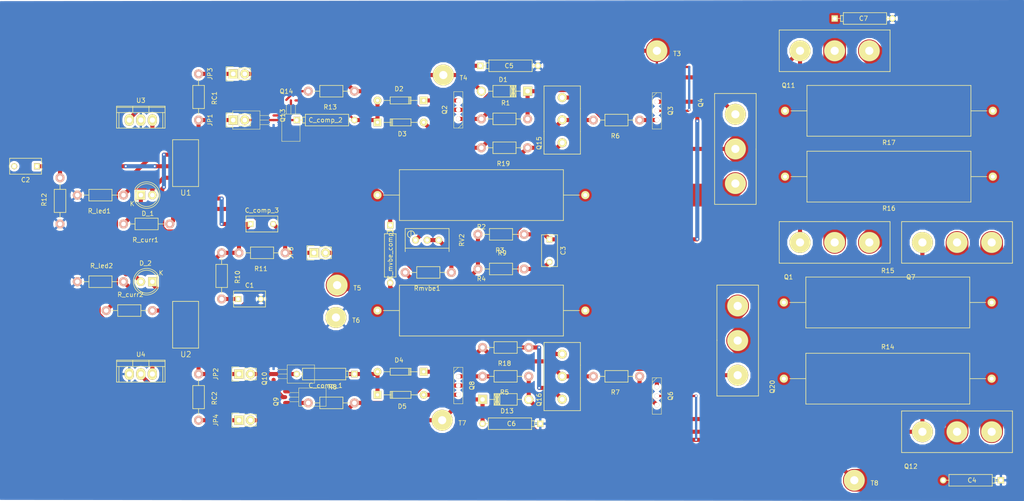
<source format=kicad_pcb>
(kicad_pcb (version 4) (host pcbnew 0.201512080931+6353~38~ubuntu14.04.1-stable)
  (layers (0 F.Cu signal) (31 B.Cu signal) (34 B.Paste user) (35 F.Paste user) (36 B.SilkS user) (37 F.SilkS user) (38 B.Mask user) (39 F.Mask user) (44 Edge.Cuts user))
  (net 0 "")
  (net 1 "Net-(C1-Pad1)")
  (net 2 EntradaGND)
  (net 3 "Net-(C2-Pad1)")
  (net 4 "Net-(C3-Pad1)")
  (net 5 "Net-(C3-Pad2)")
  (net 6 -50)
  (net 7 +15)
  (net 8 -15)
  (net 9 +50)
  (net 10 "Net-(C_comp_1-Pad1)")
  (net 11 "Net-(C_comp_1-Pad2)")
  (net 12 "Net-(C_comp_2-Pad1)")
  (net 13 "Net-(C_comp_2-Pad2)")
  (net 14 "Net-(C_comp_3-Pad1)")
  (net 15 "Net-(C_comp_3-Pad2)")
  (net 16 "Net-(C_mvbe_comp1-Pad1)")
  (net 17 "Net-(C_mvbe_comp1-Pad2)")
  (net 18 "Net-(D1-Pad1)")
  (net 19 "Net-(D2-Pad1)")
  (net 20 "Net-(D5-Pad2)")
  (net 21 "Net-(D13-Pad2)")
  (net 22 "Net-(D_1-Pad1)")
  (net 23 "Net-(D_1-Pad2)")
  (net 24 "Net-(D_2-Pad1)")
  (net 25 "Net-(D_2-Pad2)")
  (net 26 "Net-(JP1-Pad1)")
  (net 27 "Net-(JP2-Pad1)")
  (net 28 "Net-(JP3-Pad1)")
  (net 29 "Net-(JP4-Pad1)")
  (net 30 Realim)
  (net 31 "Net-(Q1-Pad1)")
  (net 32 "Net-(Q1-Pad3)")
  (net 33 "Net-(Q3-Pad3)")
  (net 34 "Net-(Q4-Pad3)")
  (net 35 "Net-(Q6-Pad3)")
  (net 36 "Net-(Q12-Pad1)")
  (net 37 "Net-(Q7-Pad3)")
  (net 38 "Net-(Q10-Pad1)")
  (net 39 "Net-(Q9-Pad1)")
  (net 40 "Net-(Q11-Pad3)")
  (net 41 "Net-(Q12-Pad3)")
  (net 42 "Net-(Q13-Pad1)")
  (net 43 "Net-(Q14-Pad1)")
  (net 44 "Net-(Q15-Pad1)")
  (net 45 "Net-(Q15-Pad3)")
  (net 46 "Net-(Q16-Pad3)")
  (net 47 "Net-(Q20-Pad3)")
  (net 48 "Net-(RV2-Pad2)")
  (net 49 "Net-(R_curr1-Pad1)")
  (net 50 "Net-(U1-Pad1)")
  (net 51 "Net-(U1-Pad10)")
  (net 52 "Net-(U2-Pad16)")
  (net 53 "Net-(U2-Pad12)")
  (net 54 Entrada)
  (net 55 "Net-(R_curr2-Pad2)")
  (module TO_SOT_Packages_THT:SOT126_SOT32_Housing_Vertical (layer F.Cu) (at 114.3 70.136 90)
    (fp_text reference Q2 (at 0 -3 90) (layer F.SilkS))
    (fp_text value MJE340)
    (pad 2 thru_hole circle (at 0 0 90) (size 1 1) (drill 1) (layers *.Cu *.Mask F.SilkS) (net 9 +50))
    (pad 1 thru_hole circle (at -2 0 90) (size 1 1) (drill 1) (layers *.Cu *.Mask F.SilkS) (net 31 "Net-(Q1-Pad1)"))
    (pad 3 thru_hole circle (at 2 0 90) (size 1 1) (drill 1) (layers *.Cu *.Mask F.SilkS) (net 19 "Net-(D2-Pad1)"))
  )
  (module bibliotecas:Bornera_Chica (layer F.Cu) (at 137.16 128.828 270)
    (fp_text reference Q16 (at 5.08 5.08 270) (layer F.SilkS))
    (fp_text value MJE350)
    (pad 1 thru_hole circle (at -4.95 0 270) (size 2 2) (drill 1.1) (layers *.Mask B.Cu F.SilkS) (net 44 "Net-(Q15-Pad1)"))
    (pad 2 thru_hole circle (at -0.05 0 270) (size 2 2) (drill 1.1) (layers *.Mask B.Cu F.SilkS) (net 17 "Net-(C_mvbe_comp1-Pad2)"))
    (pad 3 thru_hole circle (at 5 0 270) (size 2 2) (drill 1.1) (layers *.Mask B.Cu F.SilkS) (net 46 "Net-(Q16-Pad3)"))
  )
  (module Capacitors_ThroughHole:C_Rect_L7_W3.5_P5 (layer F.Cu) (at 65.866 111.76)
    (fp_text reference C1 (at 2.5 -3) (layer F.SilkS))
    (fp_text value 1m)
    (pad 1 thru_hole rect (at 0 0) (size 1.3 1.3) (drill 0.8) (layers *.Cu *.Mask F.SilkS) (net 1 "Net-(C1-Pad1)"))
    (pad 2 thru_hole circle (at 5 0) (size 1.3 1.3) (drill 0.8) (layers *.Cu *.Mask F.SilkS) (net 2 EntradaGND))
  )
  (module Capacitors_ThroughHole:C_Rect_L7_W3.5_P5 (layer F.Cu) (at 21.59 82.55 180)
    (fp_text reference C2 (at 2.5 -3 180) (layer F.SilkS))
    (fp_text value 47u)
    (pad 1 thru_hole rect (at 0 0 180) (size 1.3 1.3) (drill 0.8) (layers *.Cu *.Mask F.SilkS) (net 3 "Net-(C2-Pad1)"))
    (pad 2 thru_hole circle (at 5 0 180) (size 1.3 1.3) (drill 0.8) (layers *.Cu *.Mask F.SilkS) (net 54 Entrada))
  )
  (module Capacitors_ThroughHole:C_Rect_L7_W3.5_P5 (layer F.Cu) (at 134.366 98.632 270)
    (fp_text reference C3 (at 2.5 -3 270) (layer F.SilkS))
    (fp_text value 10n)
    (pad 1 thru_hole rect (at 0 0 270) (size 1.3 1.3) (drill 0.8) (layers *.Cu *.Mask F.SilkS) (net 4 "Net-(C3-Pad1)"))
    (pad 2 thru_hole circle (at 5 0 270) (size 1.3 1.3) (drill 0.8) (layers *.Cu *.Mask F.SilkS) (net 5 "Net-(C3-Pad2)"))
  )
  (module Discret:CP5 (layer F.Cu) (at 227.33 151.638 180)
    (fp_text reference C4 (at 0 0 180) (layer F.SilkS))
    (fp_text value 220u)
    (pad 1 thru_hole rect (at -6.35 0 180) (size 1.397 1.397) (drill 0.8128) (layers *.Cu *.Mask F.SilkS) (net 2 EntradaGND))
    (pad 2 thru_hole circle (at 6.35 0 180) (size 1.397 1.397) (drill 0.8128) (layers *.Cu *.Mask F.SilkS) (net 6 -50))
  )
  (module Discret:CP5 (layer F.Cu) (at 125.476 60.452)
    (fp_text reference C5 (at 0 0) (layer F.SilkS))
    (fp_text value 220u)
    (pad 1 thru_hole rect (at -6.35 0) (size 1.397 1.397) (drill 0.8128) (layers *.Cu *.Mask F.SilkS) (net 7 +15))
    (pad 2 thru_hole circle (at 6.35 0) (size 1.397 1.397) (drill 0.8128) (layers *.Cu *.Mask F.SilkS) (net 2 EntradaGND))
  )
  (module Discret:CP5 (layer F.Cu) (at 125.984 139.192 180)
    (fp_text reference C6 (at 0 0 180) (layer F.SilkS))
    (fp_text value 220u)
    (pad 1 thru_hole rect (at -6.35 0 180) (size 1.397 1.397) (drill 0.8128) (layers *.Cu *.Mask F.SilkS) (net 2 EntradaGND))
    (pad 2 thru_hole circle (at 6.35 0 180) (size 1.397 1.397) (drill 0.8128) (layers *.Cu *.Mask F.SilkS) (net 8 -15))
  )
  (module Discret:CP5 (layer F.Cu) (at 203.454 50.038)
    (fp_text reference C7 (at 0 0) (layer F.SilkS))
    (fp_text value 220u)
    (pad 1 thru_hole rect (at -6.35 0) (size 1.397 1.397) (drill 0.8128) (layers *.Cu *.Mask F.SilkS) (net 9 +50))
    (pad 2 thru_hole circle (at 6.35 0) (size 1.397 1.397) (drill 0.8128) (layers *.Cu *.Mask F.SilkS) (net 2 EntradaGND))
  )
  (module Discret:CP5 (layer F.Cu) (at 85.09 128.27 180)
    (fp_text reference C_comp_1 (at 0 -2.54 180) (layer F.SilkS))
    (fp_text value 40p)
    (pad 1 thru_hole rect (at -6.35 0 180) (size 1.397 1.397) (drill 0.8128) (layers *.Cu *.Mask F.SilkS) (net 10 "Net-(C_comp_1-Pad1)"))
    (pad 2 thru_hole circle (at 6.35 0 180) (size 1.397 1.397) (drill 0.8128) (layers *.Cu *.Mask F.SilkS) (net 11 "Net-(C_comp_1-Pad2)"))
  )
  (module Discret:CP5 (layer F.Cu) (at 85.09 72.39)
    (fp_text reference C_comp_2 (at 0 0) (layer F.SilkS))
    (fp_text value 40p)
    (pad 1 thru_hole rect (at -6.35 0) (size 1.397 1.397) (drill 0.8128) (layers *.Cu *.Mask F.SilkS) (net 12 "Net-(C_comp_2-Pad1)"))
    (pad 2 thru_hole circle (at 6.35 0) (size 1.397 1.397) (drill 0.8128) (layers *.Cu *.Mask F.SilkS) (net 13 "Net-(C_comp_2-Pad2)"))
  )
  (module Capacitors_ThroughHole:C_Rect_L7_W3.5_P5 (layer F.Cu) (at 68.58 95.25)
    (fp_text reference C_comp_3 (at 2.5 -3) (layer F.SilkS))
    (fp_text value 4p)
    (pad 1 thru_hole rect (at 0 0) (size 1.3 1.3) (drill 0.8) (layers *.Cu *.Mask F.SilkS) (net 14 "Net-(C_comp_3-Pad1)"))
    (pad 2 thru_hole circle (at 5 0) (size 1.3 1.3) (drill 0.8) (layers *.Cu *.Mask F.SilkS) (net 15 "Net-(C_comp_3-Pad2)"))
  )
  (module Discret:CP5 (layer F.Cu) (at 99.314 101.854 270)
    (fp_text reference C_mvbe_comp1 (at 0 0 270) (layer F.SilkS))
    (fp_text value 20n)
    (pad 1 thru_hole rect (at -6.35 0 270) (size 1.397 1.397) (drill 0.8128) (layers *.Cu *.Mask F.SilkS) (net 16 "Net-(C_mvbe_comp1-Pad1)"))
    (pad 2 thru_hole circle (at 6.35 0 270) (size 1.397 1.397) (drill 0.8128) (layers *.Cu *.Mask F.SilkS) (net 17 "Net-(C_mvbe_comp1-Pad2)"))
  )
  (module Diodes_ThroughHole:Diode_DO-41_SOD81_Horizontal_RM10 (layer F.Cu) (at 129.54 66.03746 180)
    (fp_text reference D1 (at 5.38734 2.53746 180) (layer F.SilkS))
    (fp_text value MBR1645)
    (pad 2 thru_hole circle (at 10.16 -0.00254) (size 1.99898 1.99898) (drill 1.27) (layers *.Cu *.Mask F.SilkS) (net 7 +15))
    (pad 1 thru_hole rect (at 0 -0.00254) (size 1.99898 1.99898) (drill 1.00076) (layers *.Cu *.Mask F.SilkS) (net 18 "Net-(D1-Pad1)"))
  )
  (module Diodes_ThroughHole:Diode_DO-35_SOD27_Horizontal_RM10 (layer F.Cu) (at 106.68052 68.06946 180)
    (fp_text reference D2 (at 5.43052 2.53746 180) (layer F.SilkS))
    (fp_text value D1N4148)
    (pad 2 thru_hole circle (at 10.16052 -0.00254) (size 1.69926 1.69926) (drill 0.70104) (layers *.Cu *.Mask F.SilkS) (net 13 "Net-(C_comp_2-Pad2)"))
    (pad 1 thru_hole rect (at 0.00052 -0.00254) (size 1.69926 1.69926) (drill 0.70104) (layers *.Cu *.Mask F.SilkS) (net 19 "Net-(D2-Pad1)"))
  )
  (module Diodes_ThroughHole:Diode_DO-35_SOD27_Horizontal_RM10 (layer F.Cu) (at 96.51948 72.90054)
    (fp_text reference D3 (at 5.43052 2.53746) (layer F.SilkS))
    (fp_text value D1N746)
    (pad 2 thru_hole circle (at 10.16052 -0.00254 180) (size 1.69926 1.69926) (drill 0.70104) (layers *.Cu *.Mask F.SilkS) (net 16 "Net-(C_mvbe_comp1-Pad1)"))
    (pad 1 thru_hole rect (at 0.00052 -0.00254 180) (size 1.69926 1.69926) (drill 0.70104) (layers *.Cu *.Mask F.SilkS) (net 13 "Net-(C_comp_2-Pad2)"))
  )
  (module Diodes_ThroughHole:Diode_DO-35_SOD27_Horizontal_RM10 (layer F.Cu) (at 106.68052 127.75946 180)
    (fp_text reference D4 (at 5.43052 2.53746 180) (layer F.SilkS))
    (fp_text value D1N746)
    (pad 2 thru_hole circle (at 10.16052 -0.00254) (size 1.69926 1.69926) (drill 0.70104) (layers *.Cu *.Mask F.SilkS) (net 10 "Net-(C_comp_1-Pad1)"))
    (pad 1 thru_hole rect (at 0.00052 -0.00254) (size 1.69926 1.69926) (drill 0.70104) (layers *.Cu *.Mask F.SilkS) (net 17 "Net-(C_mvbe_comp1-Pad2)"))
  )
  (module Diodes_ThroughHole:Diode_DO-35_SOD27_Horizontal_RM10 (layer F.Cu) (at 96.51948 132.84454)
    (fp_text reference D5 (at 5.43052 2.53746) (layer F.SilkS))
    (fp_text value D1N4148)
    (pad 2 thru_hole circle (at 10.16052 -0.00254 180) (size 1.69926 1.69926) (drill 0.70104) (layers *.Cu *.Mask F.SilkS) (net 20 "Net-(D5-Pad2)"))
    (pad 1 thru_hole rect (at 0.00052 -0.00254 180) (size 1.69926 1.69926) (drill 0.70104) (layers *.Cu *.Mask F.SilkS) (net 10 "Net-(C_comp_1-Pad1)"))
  )
  (module Diodes_ThroughHole:Diode_DO-41_SOD81_Horizontal_RM10 (layer F.Cu) (at 119.634 133.86054)
    (fp_text reference D13 (at 5.38734 2.53746) (layer F.SilkS))
    (fp_text value D)
    (pad 2 thru_hole circle (at 10.16 -0.00254 180) (size 1.99898 1.99898) (drill 1.27) (layers *.Cu *.Mask F.SilkS) (net 21 "Net-(D13-Pad2)"))
    (pad 1 thru_hole rect (at 0 -0.00254 180) (size 1.99898 1.99898) (drill 1.00076) (layers *.Cu *.Mask F.SilkS) (net 8 -15))
  )
  (module LEDs:LED-5MM (layer F.Cu) (at 44.45 88.9)
    (fp_text reference D_1 (at 1.524 4.064) (layer F.SilkS))
    (fp_text value LED)
    (fp_text user K (at -1.905 1.905) (layer F.SilkS))
    (pad 1 thru_hole rect (at 0 0 90) (size 2 1.9) (drill 1.00076) (layers *.Cu *.Mask F.SilkS) (net 22 "Net-(D_1-Pad1)"))
    (pad 2 thru_hole circle (at 2.54 0) (size 1.9 1.9) (drill 1.00076) (layers *.Cu *.Mask F.SilkS) (net 23 "Net-(D_1-Pad2)"))
  )
  (module LEDs:LED-5MM (layer F.Cu) (at 46.99 107.95 180)
    (fp_text reference D_2 (at 1.524 4.064 180) (layer F.SilkS))
    (fp_text value LED)
    (fp_text user K (at -1.905 1.905 180) (layer F.SilkS))
    (pad 1 thru_hole rect (at 0 0 270) (size 2 1.9) (drill 1.00076) (layers *.Cu *.Mask F.SilkS) (net 24 "Net-(D_2-Pad1)"))
    (pad 2 thru_hole circle (at 2.54 0 180) (size 1.9 1.9) (drill 1.00076) (layers *.Cu *.Mask F.SilkS) (net 25 "Net-(D_2-Pad2)"))
  )
  (module Pin_Headers:Pin_Header_Straight_1x02 (layer F.Cu) (at 64.77 72.39 90)
    (fp_text reference JP1 (at 0 -5.1 90) (layer F.SilkS))
    (fp_text value JUMPER)
    (pad 1 thru_hole rect (at 0 0 90) (size 2.032 2.032) (drill 1.016) (layers *.Cu *.Mask F.SilkS) (net 26 "Net-(JP1-Pad1)"))
    (pad 2 thru_hole oval (at 0 2.54 90) (size 2.032 2.032) (drill 1.016) (layers *.Cu *.Mask F.SilkS) (net 12 "Net-(C_comp_2-Pad1)"))
  )
  (module Pin_Headers:Pin_Header_Straight_1x02 (layer F.Cu) (at 66.04 128.27 90)
    (fp_text reference JP2 (at 0 -5.1 90) (layer F.SilkS))
    (fp_text value JUMPER)
    (pad 1 thru_hole rect (at 0 0 90) (size 2.032 2.032) (drill 1.016) (layers *.Cu *.Mask F.SilkS) (net 27 "Net-(JP2-Pad1)"))
    (pad 2 thru_hole oval (at 0 2.54 90) (size 2.032 2.032) (drill 1.016) (layers *.Cu *.Mask F.SilkS) (net 11 "Net-(C_comp_1-Pad2)"))
  )
  (module Pin_Headers:Pin_Header_Straight_1x02 (layer F.Cu) (at 64.77 62.23 90)
    (fp_text reference JP3 (at 0 -5.1 90) (layer F.SilkS))
    (fp_text value JUMPER)
    (pad 1 thru_hole rect (at 0 0 90) (size 2.032 2.032) (drill 1.016) (layers *.Cu *.Mask F.SilkS) (net 28 "Net-(JP3-Pad1)"))
    (pad 2 thru_hole oval (at 0 2.54 90) (size 2.032 2.032) (drill 1.016) (layers *.Cu *.Mask F.SilkS) (net 9 +50))
  )
  (module Pin_Headers:Pin_Header_Straight_1x02 (layer F.Cu) (at 66.04 138.43 90)
    (fp_text reference JP4 (at 0 -5.1 90) (layer F.SilkS))
    (fp_text value JUMPER)
    (pad 1 thru_hole rect (at 0 0 90) (size 2.032 2.032) (drill 1.016) (layers *.Cu *.Mask F.SilkS) (net 29 "Net-(JP4-Pad1)"))
    (pad 2 thru_hole oval (at 0 2.54 90) (size 2.032 2.032) (drill 1.016) (layers *.Cu *.Mask F.SilkS) (net 6 -50))
  )
  (module Pin_Headers:Pin_Header_Straight_1x02 (layer F.Cu) (at 82.55 101.6 90)
    (fp_text reference JP5 (at 0 -5.1 90) (layer F.SilkS))
    (fp_text value JUMPER)
    (pad 1 thru_hole rect (at 0 0 90) (size 2.032 2.032) (drill 1.016) (layers *.Cu *.Mask F.SilkS) (net 15 "Net-(C_comp_3-Pad2)"))
    (pad 2 thru_hole oval (at 0 2.54 90) (size 2.032 2.032) (drill 1.016) (layers *.Cu *.Mask F.SilkS) (net 30 Realim))
  )
  (module bibliotecas:DT-25-B01W-03 (layer F.Cu) (at 197.104 99.314)
    (fp_text reference Q1 (at -10.16 7.62) (layer F.SilkS))
    (fp_text value 2SC3281)
    (pad 1 thru_hole circle (at -7.62 0) (size 4.6 4.6) (drill 1.8) (layers *.Mask B.Cu F.SilkS) (net 31 "Net-(Q1-Pad1)"))
    (pad 2 thru_hole circle (at 0 0) (size 4.6 4.6) (drill 1.8) (layers *.Mask B.Cu F.SilkS) (net 9 +50))
    (pad 3 thru_hole circle (at 7.62 0) (size 4.6 4.6) (drill 1.8) (layers *.Mask B.Cu F.SilkS) (net 32 "Net-(Q1-Pad3)"))
  )
  (module TO_SOT_Packages_THT:SOT126_SOT32_Housing_Vertical (layer F.Cu) (at 157.988 70.358 270)
    (fp_text reference Q3 (at 0 -3 270) (layer F.SilkS))
    (fp_text value MJE340)
    (pad 2 thru_hole circle (at 0 0 270) (size 1 1) (drill 1) (layers *.Cu *.Mask F.SilkS) (net 9 +50))
    (pad 1 thru_hole circle (at -2 0 270) (size 1 1) (drill 1) (layers *.Cu *.Mask F.SilkS) (net 4 "Net-(C3-Pad1)"))
    (pad 3 thru_hole circle (at 2 0 270) (size 1 1) (drill 1) (layers *.Cu *.Mask F.SilkS) (net 33 "Net-(Q3-Pad3)"))
  )
  (module bibliotecas:DT-25-B01W-03 (layer F.Cu) (at 175.26 78.74 270)
    (fp_text reference Q4 (at -10.16 7.62 270) (layer F.SilkS))
    (fp_text value 2SC3281)
    (pad 1 thru_hole circle (at -7.62 0 270) (size 4.6 4.6) (drill 1.8) (layers *.Mask B.Cu F.SilkS) (net 4 "Net-(C3-Pad1)"))
    (pad 2 thru_hole circle (at 0 0 270) (size 4.6 4.6) (drill 1.8) (layers *.Mask B.Cu F.SilkS) (net 18 "Net-(D1-Pad1)"))
    (pad 3 thru_hole circle (at 7.62 0 270) (size 4.6 4.6) (drill 1.8) (layers *.Mask B.Cu F.SilkS) (net 34 "Net-(Q4-Pad3)"))
  )
  (module TO_SOT_Packages_THT:SOT126_SOT32_Housing_Vertical (layer F.Cu) (at 157.988 133.096 270)
    (fp_text reference Q6 (at 0 -3 270) (layer F.SilkS))
    (fp_text value MJE350)
    (pad 2 thru_hole circle (at 0 0 270) (size 1 1) (drill 1) (layers *.Cu *.Mask F.SilkS) (net 6 -50))
    (pad 1 thru_hole circle (at -2 0 270) (size 1 1) (drill 1) (layers *.Cu *.Mask F.SilkS) (net 5 "Net-(C3-Pad2)"))
    (pad 3 thru_hole circle (at 2 0 270) (size 1 1) (drill 1) (layers *.Cu *.Mask F.SilkS) (net 35 "Net-(Q6-Pad3)"))
  )
  (module bibliotecas:DT-25-B01W-03 (layer F.Cu) (at 224.028 99.314)
    (fp_text reference Q7 (at -10.16 7.62) (layer F.SilkS))
    (fp_text value 2SA1302)
    (pad 1 thru_hole circle (at -7.62 0) (size 4.6 4.6) (drill 1.8) (layers *.Mask B.Cu F.SilkS) (net 36 "Net-(Q12-Pad1)"))
    (pad 2 thru_hole circle (at 0 0) (size 4.6 4.6) (drill 1.8) (layers *.Mask B.Cu F.SilkS) (net 6 -50))
    (pad 3 thru_hole circle (at 7.62 0) (size 4.6 4.6) (drill 1.8) (layers *.Mask B.Cu F.SilkS) (net 37 "Net-(Q7-Pad3)"))
  )
  (module TO_SOT_Packages_THT:SOT126_SOT32_Housing_Vertical (layer F.Cu) (at 114.3 130.81 270)
    (fp_text reference Q8 (at 0 -3 270) (layer F.SilkS))
    (fp_text value MJE350)
    (pad 2 thru_hole circle (at 0 0 270) (size 1 1) (drill 1) (layers *.Cu *.Mask F.SilkS) (net 6 -50))
    (pad 1 thru_hole circle (at -2 0 270) (size 1 1) (drill 1) (layers *.Cu *.Mask F.SilkS) (net 36 "Net-(Q12-Pad1)"))
    (pad 3 thru_hole circle (at 2 0 270) (size 1 1) (drill 1) (layers *.Cu *.Mask F.SilkS) (net 20 "Net-(D5-Pad2)"))
  )
  (module TO_SOT_Packages_THT:TO-92_Horizontal1_Inline_Narrow_Oval (layer F.Cu) (at 76.2 134.35 90)
    (fp_text reference Q9 (at 0 -2 270) (layer F.SilkS))
    (fp_text value MPSA42)
    (pad 2 thru_hole oval (at 1 0 270) (size 0 1) (drill 0.762) (layers *.Cu *.Mask F.SilkS) (net 38 "Net-(Q10-Pad1)"))
    (pad 3 thru_hole oval (at 2 0 270) (size 0 1) (drill 0.762) (layers *.Cu *.Mask F.SilkS) (net 10 "Net-(C_comp_1-Pad1)"))
    (pad 1 thru_hole oval (at 0 0 270) (size 0 1) (drill 0.762) (layers *.Cu *.Mask F.SilkS) (net 39 "Net-(Q9-Pad1)"))
  )
  (module TO_SOT_Packages_THT:TO-92_Horizontal1_Inline_Narrow_Oval (layer F.Cu) (at 73.66 129.27 90)
    (fp_text reference Q10 (at 0 -2 270) (layer F.SilkS))
    (fp_text value MPSA42)
    (pad 2 thru_hole oval (at 1 0 270) (size 0 1) (drill 0.762) (layers *.Cu *.Mask F.SilkS) (net 11 "Net-(C_comp_1-Pad2)"))
    (pad 3 thru_hole oval (at 2 0 270) (size 0 1) (drill 0.762) (layers *.Cu *.Mask F.SilkS) (net 2 EntradaGND))
    (pad 1 thru_hole oval (at 0 0 270) (size 0 1) (drill 0.762) (layers *.Cu *.Mask F.SilkS) (net 38 "Net-(Q10-Pad1)"))
  )
  (module bibliotecas:DT-25-B01W-03 (layer F.Cu) (at 197.104 57.15)
    (fp_text reference Q11 (at -10.16 7.62) (layer F.SilkS))
    (fp_text value 2SC3281)
    (pad 1 thru_hole circle (at -7.62 0) (size 4.6 4.6) (drill 1.8) (layers *.Mask B.Cu F.SilkS) (net 31 "Net-(Q1-Pad1)"))
    (pad 2 thru_hole circle (at 0 0) (size 4.6 4.6) (drill 1.8) (layers *.Mask B.Cu F.SilkS) (net 9 +50))
    (pad 3 thru_hole circle (at 7.62 0) (size 4.6 4.6) (drill 1.8) (layers *.Mask B.Cu F.SilkS) (net 40 "Net-(Q11-Pad3)"))
  )
  (module bibliotecas:DT-25-B01W-03 (layer F.Cu) (at 224.028 140.97)
    (fp_text reference Q12 (at -10.16 7.62) (layer F.SilkS))
    (fp_text value 2SA1302)
    (pad 1 thru_hole circle (at -7.62 0) (size 4.6 4.6) (drill 1.8) (layers *.Mask B.Cu F.SilkS) (net 36 "Net-(Q12-Pad1)"))
    (pad 2 thru_hole circle (at 0 0) (size 4.6 4.6) (drill 1.8) (layers *.Mask B.Cu F.SilkS) (net 6 -50))
    (pad 3 thru_hole circle (at 7.62 0) (size 4.6 4.6) (drill 1.8) (layers *.Mask B.Cu F.SilkS) (net 41 "Net-(Q12-Pad3)"))
  )
  (module TO_SOT_Packages_THT:TO-92_Horizontal1_Inline_Narrow_Oval (layer F.Cu) (at 73.66 71.39 270)
    (fp_text reference Q13 (at 0 -2 450) (layer F.SilkS))
    (fp_text value MPSA92)
    (pad 2 thru_hole oval (at 1 0 90) (size 0 1) (drill 0.762) (layers *.Cu *.Mask F.SilkS) (net 12 "Net-(C_comp_2-Pad1)"))
    (pad 3 thru_hole oval (at 2 0 90) (size 0 1) (drill 0.762) (layers *.Cu *.Mask F.SilkS) (net 2 EntradaGND))
    (pad 1 thru_hole oval (at 0 0 90) (size 0 1) (drill 0.762) (layers *.Cu *.Mask F.SilkS) (net 42 "Net-(Q13-Pad1)"))
  )
  (module TO_SOT_Packages_THT:TO-92_Horizontal1_Inline_Narrow_Oval (layer F.Cu) (at 76.47 68.072)
    (fp_text reference Q14 (at 0 -2 180) (layer F.SilkS))
    (fp_text value MPSA92)
    (pad 2 thru_hole oval (at 1 0 180) (size 0 1) (drill 0.762) (layers *.Cu *.Mask F.SilkS) (net 42 "Net-(Q13-Pad1)"))
    (pad 3 thru_hole oval (at 2 0 180) (size 0 1) (drill 0.762) (layers *.Cu *.Mask F.SilkS) (net 13 "Net-(C_comp_2-Pad2)"))
    (pad 1 thru_hole oval (at 0 0 180) (size 0 1) (drill 0.762) (layers *.Cu *.Mask F.SilkS) (net 43 "Net-(Q14-Pad1)"))
  )
  (module bibliotecas:Bornera_Chica (layer F.Cu) (at 137.16 72.39 270)
    (fp_text reference Q15 (at 5.08 5.08 270) (layer F.SilkS))
    (fp_text value MJE340)
    (pad 1 thru_hole circle (at -4.95 0 270) (size 2 2) (drill 1.1) (layers *.Mask B.Cu F.SilkS) (net 44 "Net-(Q15-Pad1)"))
    (pad 2 thru_hole circle (at -0.05 0 270) (size 2 2) (drill 1.1) (layers *.Mask B.Cu F.SilkS) (net 16 "Net-(C_mvbe_comp1-Pad1)"))
    (pad 3 thru_hole circle (at 5 0 270) (size 2 2) (drill 1.1) (layers *.Mask B.Cu F.SilkS) (net 45 "Net-(Q15-Pad3)"))
  )
  (module bibliotecas:DT-25-B01W-03 (layer F.Cu) (at 175.768 120.904 90)
    (fp_text reference Q20 (at -10.16 7.62 90) (layer F.SilkS))
    (fp_text value 2SA1302)
    (pad 1 thru_hole circle (at -7.62 0 90) (size 4.6 4.6) (drill 1.8) (layers *.Mask B.Cu F.SilkS) (net 5 "Net-(C3-Pad2)"))
    (pad 2 thru_hole circle (at 0 0 90) (size 4.6 4.6) (drill 1.8) (layers *.Mask B.Cu F.SilkS) (net 21 "Net-(D13-Pad2)"))
    (pad 3 thru_hole circle (at 7.62 0 90) (size 4.6 4.6) (drill 1.8) (layers *.Mask B.Cu F.SilkS) (net 47 "Net-(Q20-Pad3)"))
  )
  (module Resistors_ThroughHole:Resistor_Horizontal_RM10mm (layer F.Cu) (at 124.46 72.136)
    (fp_text reference R1 (at 0.24892 -3.50012) (layer F.SilkS))
    (fp_text value 100R)
    (pad 1 thru_hole circle (at -5.08 0) (size 1.99898 1.99898) (drill 1.00076) (layers *.Cu *.SilkS *.Mask) (net 31 "Net-(Q1-Pad1)"))
    (pad 2 thru_hole circle (at 5.08 0) (size 1.99898 1.99898) (drill 1.00076) (layers *.Cu *.SilkS *.Mask) (net 18 "Net-(D1-Pad1)"))
  )
  (module Resistors_ThroughHole:Resistor_Ceramic_Horizontal_L36mm-W11mm-H10mm-p45mm (layer F.Cu) (at 119.38 88.9 180)
    (fp_text reference R2 (at 0 -6.985 180) (layer F.SilkS))
    (fp_text value 0R25)
    (pad 1 thru_hole circle (at -22.86 0) (size 1.8 1.8) (drill 0.9) (layers *.Cu *.Mask F.SilkS) (net 34 "Net-(Q4-Pad3)"))
    (pad 2 thru_hole circle (at 22.86 0) (size 1.8 1.8) (drill 0.9) (layers *.Cu *.Mask F.SilkS) (net 30 Realim))
  )
  (module Resistors_ThroughHole:Resistor_Horizontal_RM10mm (layer F.Cu) (at 123.698 97.536 180)
    (fp_text reference R3 (at 0.24892 -3.50012 180) (layer F.SilkS))
    (fp_text value 100R)
    (pad 1 thru_hole circle (at -5.08 0 180) (size 1.99898 1.99898) (drill 1.00076) (layers *.Cu *.SilkS *.Mask) (net 4 "Net-(C3-Pad1)"))
    (pad 2 thru_hole circle (at 5.08 0 180) (size 1.99898 1.99898) (drill 1.00076) (layers *.Cu *.SilkS *.Mask) (net 30 Realim))
  )
  (module Resistors_ThroughHole:Resistor_Ceramic_Horizontal_L36mm-W11mm-H10mm-p45mm (layer F.Cu) (at 119.38 114.3)
    (fp_text reference R4 (at 0 -6.985) (layer F.SilkS))
    (fp_text value 0R25)
    (pad 1 thru_hole circle (at -22.86 0 180) (size 1.8 1.8) (drill 0.9) (layers *.Cu *.Mask F.SilkS) (net 30 Realim))
    (pad 2 thru_hole circle (at 22.86 0 180) (size 1.8 1.8) (drill 0.9) (layers *.Cu *.Mask F.SilkS) (net 47 "Net-(Q20-Pad3)"))
  )
  (module Resistors_ThroughHole:Resistor_Horizontal_RM10mm (layer F.Cu) (at 124.714 128.778 180)
    (fp_text reference R5 (at 0.24892 -3.50012 180) (layer F.SilkS))
    (fp_text value 100R)
    (pad 1 thru_hole circle (at -5.08 0 180) (size 1.99898 1.99898) (drill 1.00076) (layers *.Cu *.SilkS *.Mask) (net 21 "Net-(D13-Pad2)"))
    (pad 2 thru_hole circle (at 5.08 0 180) (size 1.99898 1.99898) (drill 1.00076) (layers *.Cu *.SilkS *.Mask) (net 36 "Net-(Q12-Pad1)"))
  )
  (module Resistors_ThroughHole:Resistor_Horizontal_RM10mm (layer F.Cu) (at 149.098 72.39 180)
    (fp_text reference R6 (at 0.24892 -3.50012 180) (layer F.SilkS))
    (fp_text value 100R)
    (pad 1 thru_hole circle (at -5.08 0 180) (size 1.99898 1.99898) (drill 1.00076) (layers *.Cu *.SilkS *.Mask) (net 33 "Net-(Q3-Pad3)"))
    (pad 2 thru_hole circle (at 5.08 0 180) (size 1.99898 1.99898) (drill 1.00076) (layers *.Cu *.SilkS *.Mask) (net 16 "Net-(C_mvbe_comp1-Pad1)"))
  )
  (module Resistors_ThroughHole:Resistor_Horizontal_RM10mm (layer F.Cu) (at 149.098 128.778 180)
    (fp_text reference R7 (at 0.24892 -3.50012 180) (layer F.SilkS))
    (fp_text value 100R)
    (pad 1 thru_hole circle (at -5.08 0 180) (size 1.99898 1.99898) (drill 1.00076) (layers *.Cu *.SilkS *.Mask) (net 35 "Net-(Q6-Pad3)"))
    (pad 2 thru_hole circle (at 5.08 0 180) (size 1.99898 1.99898) (drill 1.00076) (layers *.Cu *.SilkS *.Mask) (net 17 "Net-(C_mvbe_comp1-Pad2)"))
  )
  (module Resistors_ThroughHole:Resistor_Horizontal_RM10mm (layer F.Cu) (at 86.36 134.62)
    (fp_text reference R8 (at 0.24892 -3.50012) (layer F.SilkS))
    (fp_text value 33R)
    (pad 1 thru_hole circle (at -5.08 0) (size 1.99898 1.99898) (drill 1.00076) (layers *.Cu *.SilkS *.Mask) (net 39 "Net-(Q9-Pad1)"))
    (pad 2 thru_hole circle (at 5.08 0) (size 1.99898 1.99898) (drill 1.00076) (layers *.Cu *.SilkS *.Mask) (net 6 -50))
  )
  (module Resistors_ThroughHole:Resistor_Horizontal_RM10mm (layer F.Cu) (at 123.698 105.156)
    (fp_text reference R9 (at 0.24892 -3.50012) (layer F.SilkS))
    (fp_text value 100R)
    (pad 1 thru_hole circle (at -5.08 0) (size 1.99898 1.99898) (drill 1.00076) (layers *.Cu *.SilkS *.Mask) (net 30 Realim))
    (pad 2 thru_hole circle (at 5.08 0) (size 1.99898 1.99898) (drill 1.00076) (layers *.Cu *.SilkS *.Mask) (net 5 "Net-(C3-Pad2)"))
  )
  (module Resistors_ThroughHole:Resistor_Horizontal_RM10mm (layer F.Cu) (at 62.23 106.68 270)
    (fp_text reference R10 (at 0.24892 -3.50012 270) (layer F.SilkS))
    (fp_text value 366R)
    (pad 1 thru_hole circle (at -5.08 0 270) (size 1.99898 1.99898) (drill 1.00076) (layers *.Cu *.SilkS *.Mask) (net 14 "Net-(C_comp_3-Pad1)"))
    (pad 2 thru_hole circle (at 5.08 0 270) (size 1.99898 1.99898) (drill 1.00076) (layers *.Cu *.SilkS *.Mask) (net 1 "Net-(C1-Pad1)"))
  )
  (module Resistors_ThroughHole:Resistor_Horizontal_RM10mm (layer F.Cu) (at 71.12 101.6 180)
    (fp_text reference R11 (at 0.24892 -3.50012 180) (layer F.SilkS))
    (fp_text value 10k)
    (pad 1 thru_hole circle (at -5.08 0 180) (size 1.99898 1.99898) (drill 1.00076) (layers *.Cu *.SilkS *.Mask) (net 15 "Net-(C_comp_3-Pad2)"))
    (pad 2 thru_hole circle (at 5.08 0 180) (size 1.99898 1.99898) (drill 1.00076) (layers *.Cu *.SilkS *.Mask) (net 14 "Net-(C_comp_3-Pad1)"))
  )
  (module Resistors_ThroughHole:Resistor_Horizontal_RM10mm (layer F.Cu) (at 26.67 90.17 90)
    (fp_text reference R12 (at 0.24892 -3.50012 90) (layer F.SilkS))
    (fp_text value 10k)
    (pad 1 thru_hole circle (at -5.08 0 90) (size 1.99898 1.99898) (drill 1.00076) (layers *.Cu *.SilkS *.Mask) (net 2 EntradaGND))
    (pad 2 thru_hole circle (at 5.08 0 90) (size 1.99898 1.99898) (drill 1.00076) (layers *.Cu *.SilkS *.Mask) (net 3 "Net-(C2-Pad1)"))
  )
  (module Resistors_ThroughHole:Resistor_Horizontal_RM10mm (layer F.Cu) (at 86.36 66.04 180)
    (fp_text reference R13 (at 0.24892 -3.50012 180) (layer F.SilkS))
    (fp_text value 33R)
    (pad 1 thru_hole circle (at -5.08 0 180) (size 1.99898 1.99898) (drill 1.00076) (layers *.Cu *.SilkS *.Mask) (net 9 +50))
    (pad 2 thru_hole circle (at 5.08 0 180) (size 1.99898 1.99898) (drill 1.00076) (layers *.Cu *.SilkS *.Mask) (net 43 "Net-(Q14-Pad1)"))
  )
  (module Resistors_ThroughHole:Resistor_Ceramic_Horizontal_L36mm-W11mm-H10mm-p45mm (layer F.Cu) (at 208.788 129.286)
    (fp_text reference R14 (at 0 -6.985) (layer F.SilkS))
    (fp_text value 0R1)
    (pad 1 thru_hole circle (at -22.86 0 180) (size 1.8 1.8) (drill 0.9) (layers *.Cu *.Mask F.SilkS) (net 21 "Net-(D13-Pad2)"))
    (pad 2 thru_hole circle (at 22.86 0 180) (size 1.8 1.8) (drill 0.9) (layers *.Cu *.Mask F.SilkS) (net 41 "Net-(Q12-Pad3)"))
  )
  (module Resistors_ThroughHole:Resistor_Ceramic_Horizontal_L36mm-W11mm-H10mm-p45mm (layer F.Cu) (at 208.788 112.522)
    (fp_text reference R15 (at 0 -6.985) (layer F.SilkS))
    (fp_text value 0R1)
    (pad 1 thru_hole circle (at -22.86 0 180) (size 1.8 1.8) (drill 0.9) (layers *.Cu *.Mask F.SilkS) (net 21 "Net-(D13-Pad2)"))
    (pad 2 thru_hole circle (at 22.86 0 180) (size 1.8 1.8) (drill 0.9) (layers *.Cu *.Mask F.SilkS) (net 37 "Net-(Q7-Pad3)"))
  )
  (module Resistors_ThroughHole:Resistor_Ceramic_Horizontal_L36mm-W11mm-H10mm-p45mm (layer F.Cu) (at 209.042 84.836 180)
    (fp_text reference R16 (at 0 -6.985 180) (layer F.SilkS))
    (fp_text value 0R1)
    (pad 1 thru_hole circle (at -22.86 0) (size 1.8 1.8) (drill 0.9) (layers *.Cu *.Mask F.SilkS) (net 32 "Net-(Q1-Pad3)"))
    (pad 2 thru_hole circle (at 22.86 0) (size 1.8 1.8) (drill 0.9) (layers *.Cu *.Mask F.SilkS) (net 18 "Net-(D1-Pad1)"))
  )
  (module Resistors_ThroughHole:Resistor_Ceramic_Horizontal_L36mm-W11mm-H10mm-p45mm (layer F.Cu) (at 209.042 70.358 180)
    (fp_text reference R17 (at 0 -6.985 360) (layer F.SilkS))
    (fp_text value 0R1)
    (pad 1 thru_hole circle (at -22.86 0) (size 1.8 1.8) (drill 0.9) (layers *.Cu *.Mask F.SilkS) (net 40 "Net-(Q11-Pad3)"))
    (pad 2 thru_hole circle (at 22.86 0) (size 1.8 1.8) (drill 0.9) (layers *.Cu *.Mask F.SilkS) (net 18 "Net-(D1-Pad1)"))
  )
  (module Resistors_ThroughHole:Resistor_Horizontal_RM10mm (layer F.Cu) (at 124.714 122.428 180)
    (fp_text reference R18 (at 0.24892 -3.50012 180) (layer F.SilkS))
    (fp_text value 150R)
    (pad 1 thru_hole circle (at -5.08 0 180) (size 1.99898 1.99898) (drill 1.00076) (layers *.Cu *.SilkS *.Mask) (net 46 "Net-(Q16-Pad3)"))
    (pad 2 thru_hole circle (at 5.08 0 180) (size 1.99898 1.99898) (drill 1.00076) (layers *.Cu *.SilkS *.Mask) (net 17 "Net-(C_mvbe_comp1-Pad2)"))
  )
  (module Resistors_ThroughHole:Resistor_Horizontal_RM10mm (layer F.Cu) (at 124.46 78.486 180)
    (fp_text reference R19 (at 0.24892 -3.50012 180) (layer F.SilkS))
    (fp_text value 150R)
    (pad 1 thru_hole circle (at -5.08 0 180) (size 1.99898 1.99898) (drill 1.00076) (layers *.Cu *.SilkS *.Mask) (net 45 "Net-(Q15-Pad3)"))
    (pad 2 thru_hole circle (at 5.08 0 180) (size 1.99898 1.99898) (drill 1.00076) (layers *.Cu *.SilkS *.Mask) (net 16 "Net-(C_mvbe_comp1-Pad1)"))
  )
  (module Resistors_ThroughHole:Resistor_Horizontal_RM10mm (layer F.Cu) (at 57.15 67.31 270)
    (fp_text reference RC1 (at 0.24892 -3.50012 270) (layer F.SilkS))
    (fp_text value 2.4k)
    (pad 1 thru_hole circle (at -5.08 0 270) (size 1.99898 1.99898) (drill 1.00076) (layers *.Cu *.SilkS *.Mask) (net 28 "Net-(JP3-Pad1)"))
    (pad 2 thru_hole circle (at 5.08 0 270) (size 1.99898 1.99898) (drill 1.00076) (layers *.Cu *.SilkS *.Mask) (net 26 "Net-(JP1-Pad1)"))
  )
  (module Resistors_ThroughHole:Resistor_Horizontal_RM10mm (layer F.Cu) (at 57.15 133.35 270)
    (fp_text reference RC2 (at 0.24892 -3.50012 270) (layer F.SilkS))
    (fp_text value 2.4k)
    (pad 1 thru_hole circle (at -5.08 0 270) (size 1.99898 1.99898) (drill 1.00076) (layers *.Cu *.SilkS *.Mask) (net 27 "Net-(JP2-Pad1)"))
    (pad 2 thru_hole circle (at 5.08 0 270) (size 1.99898 1.99898) (drill 1.00076) (layers *.Cu *.SilkS *.Mask) (net 29 "Net-(JP4-Pad1)"))
  )
  (module Resistors_ThroughHole:Resistor_Horizontal_RM10mm (layer F.Cu) (at 107.696 105.918 180)
    (fp_text reference Rmvbe1 (at 0.24892 -3.50012 180) (layer F.SilkS))
    (fp_text value 270R)
    (pad 1 thru_hole circle (at -5.08 0 180) (size 1.99898 1.99898) (drill 1.00076) (layers *.Cu *.SilkS *.Mask) (net 48 "Net-(RV2-Pad2)"))
    (pad 2 thru_hole circle (at 5.08 0 180) (size 1.99898 1.99898) (drill 1.00076) (layers *.Cu *.SilkS *.Mask) (net 46 "Net-(Q16-Pad3)"))
  )
  (module Potentiometers:Potentiometer_Bourns_3296W_3-8Zoll_Inline_ScrewUp (layer F.Cu) (at 104.902 98.806 270)
    (fp_text reference RV2 (at 0 -10.16 270) (layer F.SilkS))
    (fp_text value POT)
    (pad 2 thru_hole circle (at 0 -2.54 270) (size 1.524 1.524) (drill 0.8128) (layers *.Cu *.Mask F.SilkS) (net 48 "Net-(RV2-Pad2)"))
    (pad 3 thru_hole circle (at 0 -5.08 270) (size 1.524 1.524) (drill 0.8128) (layers *.Cu *.Mask F.SilkS) (net 48 "Net-(RV2-Pad2)"))
    (pad 1 thru_hole circle (at 0 0 270) (size 1.524 1.524) (drill 0.8128) (layers *.Cu *.Mask F.SilkS) (net 45 "Net-(Q15-Pad3)"))
  )
  (module Resistors_ThroughHole:Resistor_Horizontal_RM10mm (layer F.Cu) (at 45.72 95.25 180)
    (fp_text reference R_curr1 (at 0.24892 -3.50012 180) (layer F.SilkS))
    (fp_text value 820R)
    (pad 1 thru_hole circle (at -5.08 0 180) (size 1.99898 1.99898) (drill 1.00076) (layers *.Cu *.SilkS *.Mask) (net 49 "Net-(R_curr1-Pad1)"))
    (pad 2 thru_hole circle (at 5.08 0 180) (size 1.99898 1.99898) (drill 1.00076) (layers *.Cu *.SilkS *.Mask) (net 22 "Net-(D_1-Pad1)"))
  )
  (module Resistors_ThroughHole:Resistor_Horizontal_RM10mm (layer F.Cu) (at 41.91 114.3)
    (fp_text reference R_curr2 (at 0.24892 -3.50012) (layer F.SilkS))
    (fp_text value 820R)
    (pad 1 thru_hole circle (at -5.08 0) (size 1.99898 1.99898) (drill 1.00076) (layers *.Cu *.SilkS *.Mask) (net 25 "Net-(D_2-Pad2)"))
    (pad 2 thru_hole circle (at 5.08 0) (size 1.99898 1.99898) (drill 1.00076) (layers *.Cu *.SilkS *.Mask) (net 55 "Net-(R_curr2-Pad2)"))
  )
  (module Resistors_ThroughHole:Resistor_Horizontal_RM10mm (layer F.Cu) (at 35.56 88.9 180)
    (fp_text reference R_led1 (at 0.24892 -3.50012 180) (layer F.SilkS))
    (fp_text value 6.8k)
    (pad 1 thru_hole circle (at -5.08 0 180) (size 1.99898 1.99898) (drill 1.00076) (layers *.Cu *.SilkS *.Mask) (net 23 "Net-(D_1-Pad2)"))
    (pad 2 thru_hole circle (at 5.08 0 180) (size 1.99898 1.99898) (drill 1.00076) (layers *.Cu *.SilkS *.Mask) (net 2 EntradaGND))
  )
  (module Resistors_ThroughHole:Resistor_Horizontal_RM10mm (layer F.Cu) (at 35.56 107.95)
    (fp_text reference R_led2 (at 0.24892 -3.50012) (layer F.SilkS))
    (fp_text value 6.8k)
    (pad 1 thru_hole circle (at -5.08 0) (size 1.99898 1.99898) (drill 1.00076) (layers *.Cu *.SilkS *.Mask) (net 2 EntradaGND))
    (pad 2 thru_hole circle (at 5.08 0) (size 1.99898 1.99898) (drill 1.00076) (layers *.Cu *.SilkS *.Mask) (net 24 "Net-(D_2-Pad1)"))
  )
  (module bibliotecas:TORNILLO (layer F.Cu) (at 157.988 59.69)
    (fp_text reference T3 (at 4.445 -1.905) (layer F.SilkS))
    (fp_text value TORNILLO)
    (pad 1 thru_hole circle (at 0 -2.54) (size 4.6 4.6) (drill 1.8) (layers *.Mask B.Cu F.SilkS) (net 9 +50))
  )
  (module bibliotecas:TORNILLO (layer F.Cu) (at 110.998 65.024)
    (fp_text reference T4 (at 4.445 -1.905) (layer F.SilkS))
    (fp_text value TORNILLO)
    (pad 1 thru_hole circle (at 0 -2.54) (size 4.6 4.6) (drill 1.8) (layers *.Mask B.Cu F.SilkS) (net 7 +15))
  )
  (module bibliotecas:TORNILLO (layer F.Cu) (at 87.63 111.252)
    (fp_text reference T5 (at 4.445 -1.905) (layer F.SilkS))
    (fp_text value TORNILLO)
    (pad 1 thru_hole circle (at 0 -2.54) (size 4.6 4.6) (drill 1.8) (layers *.Mask B.Cu F.SilkS) (net 30 Realim))
  )
  (module bibliotecas:TORNILLO (layer F.Cu) (at 87.376 118.364)
    (fp_text reference T6 (at 4.445 -1.905) (layer F.SilkS))
    (fp_text value TORNILLO)
    (pad 1 thru_hole circle (at 0 -2.54) (size 4.6 4.6) (drill 1.8) (layers *.Mask B.Cu F.SilkS) (net 2 EntradaGND))
  )
  (module bibliotecas:TORNILLO (layer F.Cu) (at 110.744 140.97)
    (fp_text reference T7 (at 4.445 -1.905) (layer F.SilkS))
    (fp_text value TORNILLO)
    (pad 1 thru_hole circle (at 0 -2.54) (size 4.6 4.6) (drill 1.8) (layers *.Mask B.Cu F.SilkS) (net 8 -15))
  )
  (module bibliotecas:TORNILLO (layer F.Cu) (at 201.422 154.178)
    (fp_text reference T8 (at 4.445 -1.905) (layer F.SilkS))
    (fp_text value TORNILLO)
    (pad 1 thru_hole circle (at 0 -2.54) (size 4.6 4.6) (drill 1.8) (layers *.Mask B.Cu F.SilkS) (net 6 -50))
  )
  (module pcb:SOIC-16 (layer F.Cu) (at 54.35 81.915 90)
    (fp_text reference U1 (at -6.47 0 180) (layer F.SilkS) (effects (font (size 1.2 1.2))))
    (fp_text value MMPQ2222A)
    (pad 16 smd rect (at -4.445 -2.8 90) (size 0.65 1.75) (layers F.Cu F.Paste F.Mask) (net 49 "Net-(R_curr1-Pad1)"))
    (pad 1 smd rect (at -4.445 2.8 90) (size 0.65 1.75) (layers F.Cu F.Paste F.Mask) (net 50 "Net-(U1-Pad1)"))
    (pad 15 smd rect (at -3.175 -2.8 90) (size 0.65 1.75) (layers F.Cu F.Paste F.Mask) (net 23 "Net-(D_1-Pad2)"))
    (pad 2 smd rect (at -3.175 2.8 90) (size 0.65 1.75) (layers F.Cu F.Paste F.Mask) (net 50 "Net-(U1-Pad1)"))
    (pad 14 smd rect (at -1.905 -2.8 90) (size 0.65 1.75) (layers F.Cu F.Paste F.Mask) (net 50 "Net-(U1-Pad1)"))
    (pad 3 smd rect (at -1.905 2.8 90) (size 0.65 1.75) (layers F.Cu F.Paste F.Mask) (net 51 "Net-(U1-Pad10)"))
    (pad 13 smd rect (at -0.635 -2.8 90) (size 0.65 1.75) (layers F.Cu F.Paste F.Mask) (net 3 "Net-(C2-Pad1)"))
    (pad 4 smd rect (at -0.635 2.8 90) (size 0.65 1.75) (layers F.Cu F.Paste F.Mask) (net 51 "Net-(U1-Pad10)"))
    (pad 12 smd rect (at 0.635 -2.8 90) (size 0.65 1.75) (layers F.Cu F.Paste F.Mask) (net 50 "Net-(U1-Pad1)"))
    (pad 5 smd rect (at 0.635 2.8 90) (size 0.65 1.75) (layers F.Cu F.Paste F.Mask) (net 25 "Net-(D_2-Pad2)"))
    (pad 11 smd rect (at 1.905 -2.8 90) (size 0.65 1.75) (layers F.Cu F.Paste F.Mask) (net 14 "Net-(C_comp_3-Pad1)"))
    (pad 6 smd rect (at 1.905 2.8 90) (size 0.65 1.75) (layers F.Cu F.Paste F.Mask) (net 25 "Net-(D_2-Pad2)"))
    (pad 10 smd rect (at 3.175 -2.8 90) (size 0.65 1.75) (layers F.Cu F.Paste F.Mask) (net 51 "Net-(U1-Pad10)"))
    (pad 7 smd rect (at 3.175 2.8 90) (size 0.65 1.75) (layers F.Cu F.Paste F.Mask) (net 26 "Net-(JP1-Pad1)"))
    (pad 9 smd rect (at 4.445 -2.8 90) (size 0.65 1.75) (layers F.Cu F.Paste F.Mask) (net 25 "Net-(D_2-Pad2)"))
    (pad 8 smd rect (at 4.445 2.8 90) (size 0.65 1.75) (layers F.Cu F.Paste F.Mask) (net 26 "Net-(JP1-Pad1)"))
  )
  (module pcb:SOIC-16 (layer F.Cu) (at 54.35 117.475 90)
    (fp_text reference U2 (at -6.47 0 180) (layer F.SilkS) (effects (font (size 1.2 1.2))))
    (fp_text value MMPQ2907A)
    (pad 16 smd rect (at -4.445 -2.8 90) (size 0.65 1.75) (layers F.Cu F.Paste F.Mask) (net 52 "Net-(U2-Pad16)"))
    (pad 1 smd rect (at -4.445 2.8 90) (size 0.65 1.75) (layers F.Cu F.Paste F.Mask) (net 27 "Net-(JP2-Pad1)"))
    (pad 15 smd rect (at -3.175 -2.8 90) (size 0.65 1.75) (layers F.Cu F.Paste F.Mask) (net 22 "Net-(D_1-Pad1)"))
    (pad 2 smd rect (at -3.175 2.8 90) (size 0.65 1.75) (layers F.Cu F.Paste F.Mask) (net 27 "Net-(JP2-Pad1)"))
    (pad 14 smd rect (at -1.905 -2.8 90) (size 0.65 1.75) (layers F.Cu F.Paste F.Mask) (net 53 "Net-(U2-Pad12)"))
    (pad 3 smd rect (at -1.905 2.8 90) (size 0.65 1.75) (layers F.Cu F.Paste F.Mask) (net 52 "Net-(U2-Pad16)"))
    (pad 13 smd rect (at -0.635 -2.8 90) (size 0.65 1.75) (layers F.Cu F.Paste F.Mask) (net 3 "Net-(C2-Pad1)"))
    (pad 4 smd rect (at -0.635 2.8 90) (size 0.65 1.75) (layers F.Cu F.Paste F.Mask) (net 52 "Net-(U2-Pad16)"))
    (pad 12 smd rect (at 0.635 -2.8 90) (size 0.65 1.75) (layers F.Cu F.Paste F.Mask) (net 53 "Net-(U2-Pad12)"))
    (pad 5 smd rect (at 0.635 2.8 90) (size 0.65 1.75) (layers F.Cu F.Paste F.Mask) (net 22 "Net-(D_1-Pad1)"))
    (pad 11 smd rect (at 1.905 -2.8 90) (size 0.65 1.75) (layers F.Cu F.Paste F.Mask) (net 14 "Net-(C_comp_3-Pad1)"))
    (pad 6 smd rect (at 1.905 2.8 90) (size 0.65 1.75) (layers F.Cu F.Paste F.Mask) (net 22 "Net-(D_1-Pad1)"))
    (pad 10 smd rect (at 3.175 -2.8 90) (size 0.65 1.75) (layers F.Cu F.Paste F.Mask) (net 55 "Net-(R_curr2-Pad2)"))
    (pad 7 smd rect (at 3.175 2.8 90) (size 0.65 1.75) (layers F.Cu F.Paste F.Mask) (net 53 "Net-(U2-Pad12)"))
    (pad 9 smd rect (at 4.445 -2.8 90) (size 0.65 1.75) (layers F.Cu F.Paste F.Mask) (net 24 "Net-(D_2-Pad1)"))
    (pad 8 smd rect (at 4.445 2.8 90) (size 0.65 1.75) (layers F.Cu F.Paste F.Mask) (net 53 "Net-(U2-Pad12)"))
  )
  (module Power_Integrations:TO-220 (layer F.Cu) (at 44.45 72.39)
    (fp_text reference U3 (at 0 -4.318) (layer F.SilkS))
    (fp_text value LM7809CT)
    (pad 2 thru_hole oval (at 0 0) (size 2.032 2.54) (drill 1.143) (layers *.Cu *.Mask F.SilkS) (net 2 EntradaGND))
    (pad 3 thru_hole oval (at 2.54 0) (size 2.032 2.54) (drill 1.143) (layers *.Cu *.Mask F.SilkS) (net 25 "Net-(D_2-Pad2)"))
    (pad 1 thru_hole oval (at -2.54 0) (size 2.032 2.54) (drill 1.143) (layers *.Cu *.Mask F.SilkS) (net 7 +15))
  )
  (module Power_Integrations:TO-220 (layer F.Cu) (at 44.45 128.27)
    (fp_text reference U4 (at 0 -4.318) (layer F.SilkS))
    (fp_text value LM7909CT)
    (pad 2 thru_hole oval (at 0 0) (size 2.032 2.54) (drill 1.143) (layers *.Cu *.Mask F.SilkS) (net 8 -15))
    (pad 3 thru_hole oval (at 2.54 0) (size 2.032 2.54) (drill 1.143) (layers *.Cu *.Mask F.SilkS) (net 22 "Net-(D_1-Pad1)"))
    (pad 1 thru_hole oval (at -2.54 0) (size 2.032 2.54) (drill 1.143) (layers *.Cu *.Mask F.SilkS) (net 2 EntradaGND))
  )
  (segment (start 137.16 123.878) (end 135.745787 123.878) (width 0.9) (layer F.Cu) (net 0))
  (segment (start 137.004752 86.868) (end 137.16 86.868) (width 0.9) (layer F.Cu) (net 0))
  (segment (start 135.745787 123.878) (end 127.128509 115.260722) (width 0.9) (layer F.Cu) (net 0))
  (segment (start 127.128509 115.260722) (end 127.128509 96.744243) (width 0.9) (layer F.Cu) (net 0))
  (segment (start 127.128509 96.744243) (end 137.004752 86.868) (width 0.9) (layer F.Cu) (net 0))
  (segment (start 137.16 67.44) (end 141.509248 67.44) (width 0.9) (layer F.Cu) (net 0))
  (segment (start 141.509248 67.44) (end 146.558 72.488752) (width 0.9) (layer F.Cu) (net 0))
  (segment (start 146.558 77.47) (end 137.16 86.868) (width 0.9) (layer F.Cu) (net 0))
  (segment (start 146.558 72.488752) (end 146.558 77.47) (width 0.9) (layer F.Cu) (net 0))
  (segment (start 65.866 111.76) (end 62.23 111.76) (width 0.9) (layer F.Cu) (net 1))
  (via (at 233.68 151.638) (size 0.6) (drill 0.4) (layers F.Cu B.Cu) (net 2))
  (segment (start 41.148 82.55) (end 34.801018 82.55) (width 0.9) (layer F.Cu) (net 3))
  (segment (start 47.498 82.55) (end 41.148 82.55) (width 0.9) (layer B.Cu) (net 3))
  (via (at 41.148 82.55) (size 0.6) (drill 0.4) (layers F.Cu B.Cu) (net 3))
  (segment (start 51.55 82.55) (end 47.498 82.55) (width 0.9) (layer F.Cu) (net 3))
  (via (at 47.498 82.55) (size 0.6) (drill 0.4) (layers F.Cu B.Cu) (net 3))
  (segment (start 35.180509 82.929491) (end 34.801018 82.55) (width 0.9) (layer F.Cu) (net 3))
  (segment (start 34.801018 82.55) (end 26.67 82.55) (width 0.9) (layer F.Cu) (net 3))
  (segment (start 51.55 118.11) (end 38.198752 118.11) (width 0.9) (layer F.Cu) (net 3))
  (segment (start 38.198752 118.11) (end 35.180509 115.091757) (width 0.9) (layer F.Cu) (net 3))
  (segment (start 35.180509 115.091757) (end 35.180509 82.929491) (width 0.9) (layer F.Cu) (net 3))
  (segment (start 26.67 82.55) (end 21.59 82.55) (width 0.9) (layer F.Cu) (net 3))
  (segment (start 26.67 85.09) (end 26.67 82.55) (width 0.9) (layer F.Cu) (net 3))
  (segment (start 157.988 68.358) (end 166.878 68.358) (width 0.9) (layer F.Cu) (net 4))
  (segment (start 166.878 68.358) (end 172.498 68.358) (width 0.9) (layer F.Cu) (net 4))
  (segment (start 166.878 72.644) (end 166.878 68.358) (width 0.9) (layer F.Cu) (net 4))
  (segment (start 166.878 98.552) (end 166.878 72.644) (width 0.9) (layer B.Cu) (net 4))
  (via (at 166.878 72.644) (size 0.6) (drill 0.4) (layers F.Cu B.Cu) (net 4))
  (segment (start 134.366 98.632) (end 166.798 98.632) (width 0.9) (layer F.Cu) (net 4))
  (segment (start 166.798 98.632) (end 166.878 98.552) (width 0.9) (layer F.Cu) (net 4))
  (via (at 166.878 98.552) (size 0.6) (drill 0.4) (layers F.Cu B.Cu) (net 4))
  (segment (start 172.498 68.358) (end 175.26 71.12) (width 0.9) (layer F.Cu) (net 4))
  (segment (start 128.778 97.536) (end 133.27 97.536) (width 0.9) (layer F.Cu) (net 4))
  (segment (start 133.27 97.536) (end 134.366 98.632) (width 0.9) (layer F.Cu) (net 4))
  (segment (start 132.842 105.156) (end 132.842 109.356786) (width 0.9) (layer F.Cu) (net 5))
  (segment (start 157.362511 127.128509) (end 157.988 127.753998) (width 0.9) (layer F.Cu) (net 5))
  (segment (start 132.842 109.356786) (end 150.613723 127.128509) (width 0.9) (layer F.Cu) (net 5))
  (segment (start 150.613723 127.128509) (end 157.362511 127.128509) (width 0.9) (layer F.Cu) (net 5))
  (segment (start 175.768 128.524) (end 158.758002 128.524) (width 0.9) (layer F.Cu) (net 5))
  (segment (start 158.758002 128.524) (end 157.988 127.753998) (width 0.9) (layer F.Cu) (net 5))
  (segment (start 157.988 127.753998) (end 157.988 130.388894) (width 0.9) (layer F.Cu) (net 5))
  (segment (start 157.988 130.388894) (end 157.988 131.096) (width 0.9) (layer F.Cu) (net 5))
  (segment (start 128.778 105.156) (end 132.842 105.156) (width 0.9) (layer F.Cu) (net 5))
  (segment (start 132.842 105.156) (end 134.366 103.632) (width 0.9) (layer F.Cu) (net 5))
  (segment (start 166.624 133.096) (end 166.624 142.748) (width 0.5) (layer B.Cu) (net 6))
  (segment (start 157.988 133.096) (end 166.624 133.096) (width 0.5) (layer F.Cu) (net 6))
  (via (at 166.624 133.096) (size 0.6) (drill 0.4) (layers F.Cu B.Cu) (net 6))
  (segment (start 173.482 142.748) (end 192.532 142.748) (width 0.9) (layer F.Cu) (net 6))
  (segment (start 168.656 142.748) (end 173.482 142.748) (width 0.9) (layer F.Cu) (net 6))
  (segment (start 129.54 142.748) (end 166.624 142.748) (width 0.9) (layer F.Cu) (net 6))
  (segment (start 166.624 142.748) (end 168.656 142.748) (width 0.9) (layer F.Cu) (net 6))
  (via (at 166.624 142.748) (size 0.6) (drill 0.4) (layers F.Cu B.Cu) (net 6))
  (segment (start 173.482 142.748) (end 166.624 142.748) (width 0.5) (layer F.Cu) (net 6))
  (segment (start 168.656 142.748) (end 173.228 142.748) (width 0.5) (layer F.Cu) (net 6))
  (segment (start 220.98 151.638) (end 213.36 151.638) (width 5) (layer F.Cu) (net 6))
  (segment (start 224.028 140.97) (end 224.028 99.314) (width 5) (layer F.Cu) (net 6))
  (segment (start 201.422 151.638) (end 213.36 151.638) (width 5) (layer F.Cu) (net 6))
  (segment (start 213.36 151.638) (end 224.028 140.97) (width 5) (layer F.Cu) (net 6))
  (segment (start 114.3 130.81) (end 122.174 130.81) (width 0.9) (layer F.Cu) (net 6))
  (segment (start 122.174 130.81) (end 124.46 133.096) (width 0.9) (layer F.Cu) (net 6))
  (segment (start 124.46 133.096) (end 124.46 137.668) (width 0.9) (layer F.Cu) (net 6))
  (segment (start 124.46 137.668) (end 129.54 142.748) (width 0.9) (layer F.Cu) (net 6))
  (segment (start 192.532 142.748) (end 201.422 151.638) (width 0.9) (layer F.Cu) (net 6))
  (segment (start 91.44 134.62) (end 102.682545 134.62) (width 0.9) (layer F.Cu) (net 6))
  (segment (start 102.682545 134.62) (end 106.492545 130.81) (width 0.9) (layer F.Cu) (net 6))
  (segment (start 106.492545 130.81) (end 113.592894 130.81) (width 0.9) (layer F.Cu) (net 6))
  (segment (start 113.592894 130.81) (end 114.3 130.81) (width 0.9) (layer F.Cu) (net 6))
  (segment (start 68.58 138.43) (end 87.63 138.43) (width 0.9) (layer F.Cu) (net 6))
  (segment (start 87.63 138.43) (end 91.44 134.62) (width 0.9) (layer F.Cu) (net 6))
  (segment (start 119.126 60.452) (end 117.5275 60.452) (width 0.9) (layer F.Cu) (net 7))
  (segment (start 117.5275 60.452) (end 115.824 62.1555) (width 0.9) (layer F.Cu) (net 7))
  (segment (start 115.824 62.1555) (end 115.824 62.484) (width 0.9) (layer F.Cu) (net 7))
  (segment (start 89.154 58.674) (end 55.372 58.674) (width 0.9) (layer F.Cu) (net 7))
  (segment (start 55.372 58.674) (end 41.91 72.136) (width 0.9) (layer F.Cu) (net 7))
  (segment (start 41.91 72.136) (end 41.91 72.39) (width 0.9) (layer F.Cu) (net 7))
  (segment (start 92.964 62.484) (end 89.154 58.674) (width 0.9) (layer F.Cu) (net 7))
  (segment (start 110.998 62.484) (end 92.964 62.484) (width 0.9) (layer F.Cu) (net 7))
  (segment (start 110.998 62.484) (end 115.824 62.484) (width 0.9) (layer F.Cu) (net 7))
  (segment (start 115.824 62.484) (end 119.38 66.04) (width 0.9) (layer F.Cu) (net 7))
  (segment (start 119.634 133.858) (end 119.634 139.192) (width 0.9) (layer F.Cu) (net 8))
  (segment (start 110.744 138.43) (end 107.491309 138.43) (width 0.9) (layer F.Cu) (net 8))
  (segment (start 107.491309 138.43) (end 103.681309 142.24) (width 0.9) (layer F.Cu) (net 8))
  (segment (start 103.681309 142.24) (end 58.166 142.24) (width 0.9) (layer F.Cu) (net 8))
  (segment (start 119.634 133.858) (end 115.316 133.858) (width 0.9) (layer F.Cu) (net 8))
  (segment (start 115.316 133.858) (end 110.744 138.43) (width 0.9) (layer F.Cu) (net 8))
  (segment (start 58.166 142.24) (end 44.45 128.524) (width 0.9) (layer F.Cu) (net 8))
  (segment (start 44.45 128.524) (end 44.45 128.27) (width 0.9) (layer F.Cu) (net 8))
  (segment (start 158.291309 60.706) (end 165.1 60.706) (width 0.5) (layer F.Cu) (net 9))
  (segment (start 157.988 57.15) (end 157.988 60.402691) (width 0.5) (layer F.Cu) (net 9))
  (segment (start 157.988 60.402691) (end 158.291309 60.706) (width 0.5) (layer F.Cu) (net 9))
  (segment (start 165.1 70.104) (end 165.1 60.706) (width 0.5) (layer B.Cu) (net 9))
  (segment (start 157.988 70.358) (end 164.846 70.358) (width 0.5) (layer F.Cu) (net 9))
  (segment (start 164.846 70.358) (end 165.1 70.104) (width 0.5) (layer F.Cu) (net 9))
  (via (at 165.1 70.104) (size 0.6) (drill 0.4) (layers F.Cu B.Cu) (net 9))
  (segment (start 197.104 57.15) (end 197.104 99.314) (width 5) (layer F.Cu) (net 9))
  (segment (start 197.104 50.038) (end 197.104 57.15) (width 5) (layer F.Cu) (net 9))
  (segment (start 157.988 57.15) (end 165.1 50.038) (width 5) (layer F.Cu) (net 9))
  (segment (start 165.1 50.038) (end 197.104 50.038) (width 5) (layer F.Cu) (net 9))
  (segment (start 130.711248 57.15) (end 157.988 57.15) (width 0.9) (layer F.Cu) (net 9))
  (segment (start 114.3 70.136) (end 117.725248 70.136) (width 0.9) (layer F.Cu) (net 9))
  (segment (start 117.725248 70.136) (end 130.711248 57.15) (width 0.9) (layer F.Cu) (net 9))
  (segment (start 91.44 66.04) (end 101.778738 66.04) (width 0.9) (layer F.Cu) (net 9))
  (segment (start 101.778738 66.04) (end 105.874738 70.136) (width 0.9) (layer F.Cu) (net 9))
  (segment (start 105.874738 70.136) (end 113.592894 70.136) (width 0.9) (layer F.Cu) (net 9))
  (segment (start 113.592894 70.136) (end 114.3 70.136) (width 0.9) (layer F.Cu) (net 9))
  (segment (start 91.44 66.04) (end 87.63 62.23) (width 0.9) (layer F.Cu) (net 9))
  (segment (start 87.63 62.23) (end 67.31 62.23) (width 0.9) (layer F.Cu) (net 9))
  (segment (start 96.52 132.842) (end 96.52 127.762) (width 0.9) (layer F.Cu) (net 10))
  (segment (start 91.44 128.27) (end 96.52 128.27) (width 0.9) (layer F.Cu) (net 10))
  (segment (start 86.0315 132.08) (end 76.2 132.08) (width 0.9) (layer F.Cu) (net 10))
  (segment (start 91.44 128.27) (end 89.8415 128.27) (width 0.9) (layer F.Cu) (net 10))
  (segment (start 89.8415 128.27) (end 86.0315 132.08) (width 0.9) (layer F.Cu) (net 10))
  (segment (start 73.66 128.27) (end 68.58 128.27) (width 0.9) (layer F.Cu) (net 11))
  (segment (start 73.66 128.27) (end 78.74 128.27) (width 0.9) (layer F.Cu) (net 11))
  (segment (start 73.66 72.39) (end 67.31 72.39) (width 0.5) (layer F.Cu) (net 12))
  (segment (start 73.66 72.39) (end 78.74 72.39) (width 0.5) (layer F.Cu) (net 12))
  (segment (start 87.122 68.072) (end 91.44 72.39) (width 0.5) (layer F.Cu) (net 13))
  (segment (start 87.122 68.072) (end 78.486 68.072) (width 0.5) (layer F.Cu) (net 13))
  (segment (start 91.44 72.39) (end 96.012 72.39) (width 0.9) (layer F.Cu) (net 13))
  (segment (start 96.012 72.39) (end 96.52 72.898) (width 0.9) (layer F.Cu) (net 13))
  (segment (start 96.52 68.072) (end 96.52 72.898) (width 0.9) (layer F.Cu) (net 13))
  (segment (start 62.23 95.25) (end 68.58 95.25) (width 0.9) (layer F.Cu) (net 14))
  (segment (start 62.23 89.662) (end 62.23 95.25) (width 0.9) (layer B.Cu) (net 14))
  (via (at 62.23 95.25) (size 0.6) (drill 0.4) (layers F.Cu B.Cu) (net 14))
  (segment (start 59.436 89.662) (end 62.23 89.662) (width 0.9) (layer F.Cu) (net 14))
  (via (at 62.23 89.662) (size 0.6) (drill 0.4) (layers F.Cu B.Cu) (net 14))
  (segment (start 52.198509 96.899491) (end 59.436 89.662) (width 0.9) (layer F.Cu) (net 14))
  (segment (start 49.53 87.122) (end 49.150509 87.501491) (width 0.9) (layer F.Cu) (net 14))
  (segment (start 49.150509 87.501491) (end 49.150509 96.041757) (width 0.9) (layer F.Cu) (net 14))
  (segment (start 49.150509 96.041757) (end 50.008243 96.899491) (width 0.9) (layer F.Cu) (net 14))
  (segment (start 50.008243 96.899491) (end 52.198509 96.899491) (width 0.9) (layer F.Cu) (net 14))
  (segment (start 49.53 80.01) (end 49.53 87.122) (width 0.9) (layer B.Cu) (net 14))
  (via (at 49.53 87.122) (size 0.6) (drill 0.4) (layers F.Cu B.Cu) (net 14))
  (segment (start 51.55 80.01) (end 49.53 80.01) (width 0.9) (layer F.Cu) (net 14))
  (via (at 49.53 80.01) (size 0.6) (drill 0.4) (layers F.Cu B.Cu) (net 14))
  (segment (start 66.04 101.6) (end 66.04 97.79) (width 0.9) (layer F.Cu) (net 14))
  (segment (start 66.04 97.79) (end 68.58 95.25) (width 0.9) (layer F.Cu) (net 14))
  (segment (start 62.23 101.6) (end 66.04 101.6) (width 0.9) (layer F.Cu) (net 14))
  (segment (start 51.55 115.57) (end 52.650002 115.57) (width 0.9) (layer F.Cu) (net 14))
  (segment (start 61.230511 102.599489) (end 62.23 101.6) (width 0.9) (layer F.Cu) (net 14))
  (segment (start 52.650002 115.57) (end 53.075001 115.145001) (width 0.9) (layer F.Cu) (net 14))
  (segment (start 53.075001 115.145001) (end 53.075001 110.754999) (width 0.9) (layer F.Cu) (net 14))
  (segment (start 53.075001 110.754999) (end 61.230511 102.599489) (width 0.9) (layer F.Cu) (net 14))
  (segment (start 82.55 101.6) (end 76.2 101.6) (width 0.9) (layer F.Cu) (net 15))
  (segment (start 76.2 101.6) (end 76.2 97.87) (width 0.9) (layer F.Cu) (net 15))
  (segment (start 76.2 97.87) (end 73.58 95.25) (width 0.9) (layer F.Cu) (net 15))
  (segment (start 99.314 95.504) (end 99.314 91.44) (width 0.9) (layer F.Cu) (net 16))
  (segment (start 99.314 91.44) (end 112.268 78.486) (width 0.9) (layer F.Cu) (net 16))
  (segment (start 144.018 72.39) (end 137.21 72.39) (width 0.9) (layer F.Cu) (net 16))
  (segment (start 137.21 72.39) (end 137.16 72.44) (width 0.9) (layer F.Cu) (net 16))
  (segment (start 119.38 78.486) (end 122.682 75.184) (width 0.9) (layer F.Cu) (net 16))
  (segment (start 122.682 75.184) (end 134.416 75.184) (width 0.9) (layer F.Cu) (net 16))
  (segment (start 134.416 75.184) (end 137.16 72.44) (width 0.9) (layer F.Cu) (net 16))
  (segment (start 106.68 72.898) (end 112.268 78.486) (width 0.9) (layer F.Cu) (net 16))
  (segment (start 112.268 78.486) (end 119.38 78.486) (width 0.9) (layer F.Cu) (net 16))
  (segment (start 99.314 108.204) (end 99.314 109.191828) (width 0.9) (layer F.Cu) (net 17))
  (segment (start 99.314 109.191828) (end 110.96963 120.847458) (width 0.9) (layer F.Cu) (net 17))
  (segment (start 110.96963 120.847458) (end 110.96963 125.222) (width 0.9) (layer F.Cu) (net 17))
  (segment (start 119.634 122.428) (end 122.682 125.476) (width 0.9) (layer F.Cu) (net 17))
  (segment (start 122.682 125.476) (end 123.19 125.984) (width 0.9) (layer F.Cu) (net 17))
  (segment (start 133.858 125.476) (end 122.682 125.476) (width 0.9) (layer F.Cu) (net 17))
  (segment (start 137.16 128.778) (end 133.858 125.476) (width 0.9) (layer F.Cu) (net 17))
  (segment (start 110.96963 125.222) (end 116.84 125.222) (width 0.9) (layer F.Cu) (net 17))
  (segment (start 116.84 125.222) (end 119.634 122.428) (width 0.9) (layer F.Cu) (net 17))
  (segment (start 137.16 128.778) (end 144.018 128.778) (width 0.9) (layer F.Cu) (net 17))
  (segment (start 106.68 127.762) (end 108.42963 127.762) (width 0.9) (layer F.Cu) (net 17))
  (segment (start 108.42963 127.762) (end 110.96963 125.222) (width 0.9) (layer F.Cu) (net 17))
  (segment (start 186.182 84.836) (end 181.356 84.836) (width 5) (layer F.Cu) (net 18))
  (segment (start 181.356 84.836) (end 175.26 78.74) (width 5) (layer F.Cu) (net 18))
  (segment (start 186.182 70.358) (end 183.642 70.358) (width 5) (layer F.Cu) (net 18))
  (segment (start 183.642 70.358) (end 175.26 78.74) (width 5) (layer F.Cu) (net 18))
  (segment (start 155.702 78.74) (end 175.26 78.74) (width 0.9) (layer F.Cu) (net 18))
  (segment (start 142.751999 65.789999) (end 155.702 78.74) (width 0.9) (layer F.Cu) (net 18))
  (segment (start 129.54 66.04) (end 131.43949 66.04) (width 0.9) (layer F.Cu) (net 18))
  (segment (start 131.43949 66.04) (end 131.689491 65.789999) (width 0.9) (layer F.Cu) (net 18))
  (segment (start 131.689491 65.789999) (end 142.751999 65.789999) (width 0.9) (layer F.Cu) (net 18))
  (segment (start 129.54 66.04) (end 129.54 72.136) (width 0.9) (layer F.Cu) (net 18))
  (segment (start 106.68 68.072) (end 114.236 68.072) (width 0.9) (layer F.Cu) (net 19))
  (segment (start 114.236 68.072) (end 114.3 68.136) (width 0.9) (layer F.Cu) (net 19))
  (segment (start 106.68 132.842) (end 114.268 132.842) (width 0.9) (layer F.Cu) (net 20))
  (segment (start 114.268 132.842) (end 114.3 132.81) (width 0.9) (layer F.Cu) (net 20))
  (segment (start 185.928 112.522) (end 184.15 112.522) (width 5) (layer F.Cu) (net 21))
  (segment (start 184.15 112.522) (end 175.768 120.904) (width 5) (layer F.Cu) (net 21))
  (segment (start 185.928 129.286) (end 184.15 129.286) (width 5) (layer F.Cu) (net 21))
  (segment (start 184.15 129.286) (end 175.768 120.904) (width 5) (layer F.Cu) (net 21))
  (segment (start 129.794 133.858) (end 134.112 138.176) (width 0.9) (layer F.Cu) (net 21))
  (segment (start 177.038 138.176) (end 185.028001 130.185999) (width 0.9) (layer F.Cu) (net 21))
  (segment (start 134.112 138.176) (end 177.038 138.176) (width 0.9) (layer F.Cu) (net 21))
  (segment (start 185.028001 130.185999) (end 185.928 129.286) (width 0.9) (layer F.Cu) (net 21))
  (segment (start 129.794 133.858) (end 129.794 128.778) (width 0.9) (layer F.Cu) (net 21))
  (segment (start 44.45 91.44) (end 44.45 94.742) (width 0.9) (layer F.Cu) (net 22))
  (segment (start 44.45 94.742) (end 48.514 98.806) (width 0.9) (layer F.Cu) (net 22))
  (segment (start 48.514 98.806) (end 53.086 98.806) (width 0.9) (layer F.Cu) (net 22))
  (segment (start 53.086 98.806) (end 59.944 91.948) (width 0.9) (layer F.Cu) (net 22))
  (segment (start 59.944 91.948) (end 67.818 91.948) (width 0.9) (layer F.Cu) (net 22))
  (segment (start 67.818 91.948) (end 71.12 95.25) (width 0.9) (layer F.Cu) (net 22))
  (segment (start 71.12 95.25) (end 71.12 108.976002) (width 0.9) (layer F.Cu) (net 22))
  (segment (start 71.12 108.976002) (end 64.526002 115.57) (width 0.9) (layer F.Cu) (net 22))
  (segment (start 64.526002 115.57) (end 57.15 115.57) (width 0.9) (layer F.Cu) (net 22))
  (segment (start 46.99 128.27) (end 46.99 123.435) (width 0.9) (layer F.Cu) (net 22))
  (segment (start 49.775 120.65) (end 51.55 120.65) (width 0.9) (layer F.Cu) (net 22))
  (segment (start 46.99 123.435) (end 49.775 120.65) (width 0.9) (layer F.Cu) (net 22))
  (segment (start 44.45 88.9) (end 44.45 91.44) (width 0.9) (layer F.Cu) (net 22))
  (segment (start 44.45 91.44) (end 40.64 95.25) (width 0.9) (layer F.Cu) (net 22))
  (segment (start 57.15 116.84) (end 55.42 116.84) (width 0.9) (layer F.Cu) (net 22))
  (segment (start 55.42 116.84) (end 55.375 116.795) (width 0.9) (layer F.Cu) (net 22))
  (segment (start 51.55 120.65) (end 52.93565 120.65) (width 0.9) (layer F.Cu) (net 22))
  (segment (start 52.93565 120.65) (end 55.375 118.21065) (width 0.9) (layer F.Cu) (net 22))
  (segment (start 55.375 118.21065) (end 55.375 116.795) (width 0.9) (layer F.Cu) (net 22))
  (segment (start 55.375 116.795) (end 56.6 115.57) (width 0.9) (layer F.Cu) (net 22))
  (segment (start 56.6 115.57) (end 57.15 115.57) (width 0.9) (layer F.Cu) (net 22))
  (segment (start 40.64 88.9) (end 42.290001 87.249999) (width 0.9) (layer F.Cu) (net 23))
  (segment (start 42.290001 87.249999) (end 46.683501 87.249999) (width 0.9) (layer F.Cu) (net 23))
  (segment (start 46.683501 87.249999) (end 46.99 87.556498) (width 0.9) (layer F.Cu) (net 23))
  (segment (start 46.99 88.9) (end 46.99 87.556498) (width 0.9) (layer F.Cu) (net 23))
  (segment (start 46.99 87.556498) (end 49.456498 85.09) (width 0.9) (layer F.Cu) (net 23))
  (segment (start 49.456498 85.09) (end 49.775 85.09) (width 0.9) (layer F.Cu) (net 23))
  (segment (start 49.775 85.09) (end 51.55 85.09) (width 0.9) (layer F.Cu) (net 23))
  (segment (start 46.99 108.47) (end 49.01 110.49) (width 0.9) (layer F.Cu) (net 24))
  (segment (start 49.01 110.49) (end 51.55 113.03) (width 0.9) (layer F.Cu) (net 24))
  (segment (start 40.64 107.95) (end 43.18 110.49) (width 0.9) (layer F.Cu) (net 24))
  (segment (start 43.18 110.49) (end 49.01 110.49) (width 0.9) (layer F.Cu) (net 24))
  (segment (start 46.99 107.9) (end 46.99 107.95) (width 0.9) (layer F.Cu) (net 24))
  (segment (start 46.99 107.95) (end 46.99 108.47) (width 0.9) (layer F.Cu) (net 24))
  (segment (start 49.775 77.47) (end 46.99 74.685) (width 0.9) (layer F.Cu) (net 25))
  (segment (start 46.99 74.685) (end 46.99 72.39) (width 0.9) (layer F.Cu) (net 25))
  (segment (start 38.990509 112.139491) (end 38.990509 104.14) (width 0.9) (layer F.Cu) (net 25))
  (segment (start 38.990509 104.14) (end 38.990509 88.108243) (width 0.9) (layer F.Cu) (net 25))
  (segment (start 44.45 107.95) (end 42.800509 106.300509) (width 0.9) (layer F.Cu) (net 25))
  (segment (start 42.800509 106.300509) (end 41.151018 106.300509) (width 0.9) (layer F.Cu) (net 25))
  (segment (start 41.151018 106.300509) (end 38.990509 104.14) (width 0.9) (layer F.Cu) (net 25))
  (segment (start 36.83 114.3) (end 38.990509 112.139491) (width 0.9) (layer F.Cu) (net 25))
  (segment (start 38.990509 88.108243) (end 49.628752 77.47) (width 0.9) (layer F.Cu) (net 25))
  (segment (start 49.628752 77.47) (end 49.775 77.47) (width 0.9) (layer F.Cu) (net 25))
  (segment (start 49.775 77.47) (end 51.55 77.47) (width 0.9) (layer F.Cu) (net 25))
  (segment (start 57.15 80.01) (end 56.049998 80.01) (width 0.9) (layer F.Cu) (net 25))
  (segment (start 56.049998 80.01) (end 53.509998 77.47) (width 0.9) (layer F.Cu) (net 25))
  (segment (start 53.509998 77.47) (end 53.325 77.47) (width 0.9) (layer F.Cu) (net 25))
  (segment (start 53.325 77.47) (end 51.55 77.47) (width 0.9) (layer F.Cu) (net 25))
  (segment (start 57.15 80.01) (end 57.15 81.28) (width 0.9) (layer F.Cu) (net 25))
  (segment (start 57.15 72.39) (end 64.77 72.39) (width 0.9) (layer F.Cu) (net 26))
  (segment (start 57.15 77.47) (end 57.15 78.74) (width 0.9) (layer F.Cu) (net 26))
  (segment (start 57.15 72.39) (end 57.15 77.47) (width 0.9) (layer F.Cu) (net 26))
  (segment (start 57.15 121.92) (end 57.15 128.27) (width 0.9) (layer F.Cu) (net 27))
  (segment (start 57.15 120.65) (end 57.15 121.92) (width 0.9) (layer F.Cu) (net 27))
  (segment (start 66.04 128.27) (end 57.15 128.27) (width 0.9) (layer F.Cu) (net 27))
  (segment (start 57.15 62.23) (end 64.77 62.23) (width 0.9) (layer F.Cu) (net 28))
  (segment (start 57.15 138.43) (end 66.04 138.43) (width 0.9) (layer F.Cu) (net 29))
  (segment (start 96.52 114.3) (end 96.52 113.002002) (width 5) (layer F.Cu) (net 30))
  (segment (start 96.52 113.002002) (end 89.929999 106.412001) (width 5) (layer F.Cu) (net 30))
  (segment (start 87.63 108.712) (end 89.929999 106.412001) (width 5) (layer F.Cu) (net 30))
  (segment (start 89.929999 106.412001) (end 89.929999 102.094001) (width 5) (layer F.Cu) (net 30))
  (segment (start 89.929999 102.094001) (end 90.424 101.6) (width 5) (layer F.Cu) (net 30))
  (segment (start 95.620001 96.403999) (end 90.424 101.6) (width 5) (layer F.Cu) (net 30))
  (segment (start 90.424 101.6) (end 90.17 101.854) (width 0.9) (layer F.Cu) (net 30))
  (segment (start 86.78084 101.854) (end 90.17 101.854) (width 0.9) (layer F.Cu) (net 30))
  (segment (start 90.17 101.854) (end 101.092 101.854) (width 0.9) (layer F.Cu) (net 30))
  (segment (start 96.52 88.9) (end 95.620001 89.799999) (width 0.9) (layer F.Cu) (net 30))
  (segment (start 95.620001 89.799999) (end 95.620001 96.403999) (width 5) (layer F.Cu) (net 30))
  (segment (start 85.09 101.6) (end 86.52684 101.6) (width 0.9) (layer F.Cu) (net 30))
  (segment (start 86.52684 101.6) (end 86.78084 101.854) (width 0.9) (layer F.Cu) (net 30))
  (segment (start 118.618 105.156) (end 114.3 109.474) (width 0.9) (layer F.Cu) (net 30))
  (segment (start 114.3 109.474) (end 108.613248 109.474) (width 0.9) (layer F.Cu) (net 30))
  (segment (start 108.613248 109.474) (end 102.108 102.968752) (width 0.9) (layer F.Cu) (net 30))
  (segment (start 102.108 102.968752) (end 102.108 102.87) (width 0.9) (layer F.Cu) (net 30))
  (segment (start 102.108 102.87) (end 101.092 101.854) (width 0.9) (layer F.Cu) (net 30))
  (segment (start 118.618 97.536) (end 118.618 105.156) (width 0.9) (layer F.Cu) (net 30))
  (segment (start 128.524 62.992) (end 183.642 62.992) (width 0.9) (layer F.Cu) (net 31))
  (segment (start 183.642 62.992) (end 189.484 57.15) (width 0.9) (layer F.Cu) (net 31))
  (segment (start 119.38 72.136) (end 128.524 62.992) (width 0.9) (layer F.Cu) (net 31))
  (segment (start 189.484 96.061309) (end 189.484 57.15) (width 0.9) (layer F.Cu) (net 31))
  (segment (start 189.484 99.314) (end 189.484 96.061309) (width 0.9) (layer F.Cu) (net 31))
  (segment (start 119.38 72.136) (end 117.094 72.136) (width 0.9) (layer F.Cu) (net 31))
  (segment (start 117.094 72.136) (end 114.3 72.136) (width 0.9) (layer F.Cu) (net 31))
  (segment (start 204.724 99.314) (end 219.202 84.836) (width 5) (layer F.Cu) (net 32))
  (segment (start 219.202 84.836) (end 231.902 84.836) (width 5) (layer F.Cu) (net 32))
  (segment (start 154.178 72.39) (end 157.956 72.39) (width 0.9) (layer F.Cu) (net 33))
  (segment (start 157.956 72.39) (end 157.988 72.358) (width 0.9) (layer F.Cu) (net 33))
  (segment (start 142.24 88.9) (end 172.72 88.9) (width 5) (layer F.Cu) (net 34))
  (segment (start 172.72 88.9) (end 175.26 86.36) (width 5) (layer F.Cu) (net 34))
  (segment (start 154.178 128.778) (end 154.178 131.286) (width 0.9) (layer F.Cu) (net 35))
  (segment (start 154.178 131.286) (end 157.988 135.096) (width 0.9) (layer F.Cu) (net 35))
  (segment (start 216.408 140.97) (end 216.408 99.314) (width 0.9) (layer F.Cu) (net 36))
  (segment (start 119.634 128.778) (end 125.984 128.778) (width 0.9) (layer F.Cu) (net 36))
  (segment (start 125.984 128.778) (end 127.254 130.048) (width 0.9) (layer F.Cu) (net 36))
  (segment (start 127.254 130.048) (end 127.254 136.679002) (width 0.9) (layer F.Cu) (net 36))
  (segment (start 127.254 136.679002) (end 131.544998 140.97) (width 0.9) (layer F.Cu) (net 36))
  (segment (start 131.544998 140.97) (end 137.922 140.97) (width 0.9) (layer F.Cu) (net 36))
  (segment (start 137.922 140.97) (end 216.408 140.97) (width 0.9) (layer F.Cu) (net 36))
  (segment (start 119.634 128.778) (end 114.332 128.778) (width 0.9) (layer F.Cu) (net 36))
  (segment (start 114.332 128.778) (end 114.3 128.81) (width 0.9) (layer F.Cu) (net 36))
  (segment (start 231.648 112.522) (end 231.648 99.314) (width 5) (layer F.Cu) (net 37))
  (segment (start 73.66 131.31) (end 73.66 129.54) (width 0.9) (layer F.Cu) (net 38))
  (segment (start 76.2 133.35) (end 75.7 133.35) (width 0.9) (layer F.Cu) (net 38))
  (segment (start 75.7 133.35) (end 73.66 131.31) (width 0.9) (layer F.Cu) (net 38))
  (segment (start 81.28 134.62) (end 76.2 134.62) (width 0.9) (layer F.Cu) (net 39))
  (segment (start 231.902 70.358) (end 217.932 70.358) (width 5) (layer F.Cu) (net 40))
  (segment (start 217.932 70.358) (end 204.724 57.15) (width 5) (layer F.Cu) (net 40))
  (segment (start 231.648 129.286) (end 231.648 140.97) (width 5) (layer F.Cu) (net 41))
  (segment (start 74.422 71.374) (end 73.66 71.374) (width 0.5) (layer F.Cu) (net 42))
  (segment (start 75.168 71.374) (end 74.422 71.374) (width 0.5) (layer F.Cu) (net 42))
  (segment (start 77.47 68.072) (end 77.47 69.072) (width 0.5) (layer F.Cu) (net 42))
  (segment (start 77.47 69.072) (end 75.168 71.374) (width 0.5) (layer F.Cu) (net 42))
  (segment (start 81.28 66.04) (end 78.36559 66.04) (width 0.5) (layer F.Cu) (net 43))
  (segment (start 78.36559 66.04) (end 76.454 67.95159) (width 0.5) (layer F.Cu) (net 43))
  (segment (start 129.54 78.486) (end 128.540511 79.485489) (width 0.9) (layer F.Cu) (net 45))
  (segment (start 128.540511 79.485489) (end 124.222511 79.485489) (width 0.9) (layer F.Cu) (net 45))
  (segment (start 124.222511 79.485489) (end 105.663999 98.044001) (width 0.9) (layer F.Cu) (net 45))
  (segment (start 105.663999 98.044001) (end 104.902 98.806) (width 0.9) (layer F.Cu) (net 45))
  (segment (start 129.54 78.486) (end 136.064 78.486) (width 0.9) (layer F.Cu) (net 45))
  (segment (start 136.064 78.486) (end 137.16 77.39) (width 0.9) (layer F.Cu) (net 45))
  (segment (start 132.08 131.318) (end 134.65 131.318) (width 0.9) (layer F.Cu) (net 46))
  (segment (start 134.65 131.318) (end 137.16 133.828) (width 0.9) (layer F.Cu) (net 46))
  (segment (start 132.08 122.428) (end 132.08 131.318) (width 0.9) (layer B.Cu) (net 46))
  (via (at 132.08 131.318) (size 0.6) (drill 0.4) (layers F.Cu B.Cu) (net 46))
  (segment (start 129.794 122.428) (end 132.08 122.428) (width 0.9) (layer F.Cu) (net 46))
  (via (at 132.08 122.428) (size 0.6) (drill 0.4) (layers F.Cu B.Cu) (net 46))
  (segment (start 129.794 122.428) (end 127 122.428) (width 0.9) (layer F.Cu) (net 46))
  (segment (start 127 122.428) (end 118.618 114.046) (width 0.9) (layer F.Cu) (net 46))
  (segment (start 118.618 114.046) (end 110.744 114.046) (width 0.9) (layer F.Cu) (net 46))
  (segment (start 110.744 114.046) (end 103.615489 106.917489) (width 0.9) (layer F.Cu) (net 46))
  (segment (start 103.615489 106.917489) (end 102.616 105.918) (width 0.9) (layer F.Cu) (net 46))
  (segment (start 142.24 114.3) (end 174.752 114.3) (width 5) (layer F.Cu) (net 47))
  (segment (start 174.752 114.3) (end 175.768 113.284) (width 5) (layer F.Cu) (net 47))
  (segment (start 112.776 105.918) (end 112.776 101.6) (width 0.9) (layer F.Cu) (net 48))
  (segment (start 112.776 101.6) (end 109.982 98.806) (width 0.9) (layer F.Cu) (net 48))
  (segment (start 107.442 98.806) (end 109.982 98.806) (width 0.9) (layer F.Cu) (net 48))
  (segment (start 51.55 86.36) (end 51.55 94.5) (width 0.9) (layer F.Cu) (net 49))
  (segment (start 51.55 94.5) (end 50.8 95.25) (width 0.9) (layer F.Cu) (net 49))
  (segment (start 51.55 83.82) (end 52.650002 83.82) (width 0.9) (layer F.Cu) (net 50))
  (segment (start 52.650002 83.82) (end 53.075001 83.395001) (width 0.9) (layer F.Cu) (net 50))
  (segment (start 53.075001 83.395001) (end 53.075001 82.790001) (width 0.9) (layer F.Cu) (net 50))
  (segment (start 53.075001 82.790001) (end 53.34 83.055) (width 0.9) (layer F.Cu) (net 50))
  (segment (start 53.34 83.055) (end 55.375 85.09) (width 0.9) (layer F.Cu) (net 50))
  (segment (start 57.15 86.36) (end 56.6 86.36) (width 0.9) (layer F.Cu) (net 50))
  (segment (start 56.6 86.36) (end 53.34 83.1) (width 0.9) (layer F.Cu) (net 50))
  (segment (start 53.34 83.1) (end 53.34 83.055) (width 0.9) (layer F.Cu) (net 50))
  (segment (start 51.55 81.28) (end 52.650002 81.28) (width 0.9) (layer F.Cu) (net 50))
  (segment (start 52.650002 81.28) (end 53.075001 81.704999) (width 0.9) (layer F.Cu) (net 50))
  (segment (start 53.075001 81.704999) (end 53.075001 82.790001) (width 0.9) (layer F.Cu) (net 50))
  (segment (start 55.375 85.09) (end 57.15 85.09) (width 0.9) (layer F.Cu) (net 50))
  (segment (start 57.15 83.82) (end 56.6 83.82) (width 0.9) (layer F.Cu) (net 51))
  (segment (start 56.6 83.82) (end 55.624999 82.844999) (width 0.9) (layer F.Cu) (net 51))
  (segment (start 55.624999 82.844999) (end 55.624999 81.714997) (width 0.9) (layer F.Cu) (net 51))
  (segment (start 51.55 78.74) (end 52.650002 78.74) (width 0.9) (layer F.Cu) (net 51))
  (segment (start 52.650002 78.74) (end 55.624999 81.714997) (width 0.9) (layer F.Cu) (net 51))
  (segment (start 55.624999 82.125001) (end 56.049998 82.55) (width 0.9) (layer F.Cu) (net 51))
  (segment (start 55.624999 81.714997) (end 55.624999 82.125001) (width 0.9) (layer F.Cu) (net 51))
  (segment (start 56.049998 82.55) (end 57.15 82.55) (width 0.9) (layer F.Cu) (net 51))
  (segment (start 53.34 121.92) (end 55.88 119.38) (width 0.9) (layer F.Cu) (net 52))
  (segment (start 55.88 119.38) (end 57.15 118.11) (width 0.9) (layer F.Cu) (net 52))
  (segment (start 57.15 119.38) (end 55.88 119.38) (width 0.9) (layer F.Cu) (net 52))
  (segment (start 51.55 121.92) (end 53.34 121.92) (width 0.9) (layer F.Cu) (net 52))
  (segment (start 53.34 118.690002) (end 53.34 116.84) (width 0.9) (layer F.Cu) (net 53))
  (segment (start 53.34 116.84) (end 55.88 114.3) (width 0.9) (layer F.Cu) (net 53))
  (segment (start 55.88 114.3) (end 57.15 113.03) (width 0.9) (layer F.Cu) (net 53))
  (segment (start 57.15 114.3) (end 55.88 114.3) (width 0.9) (layer F.Cu) (net 53))
  (segment (start 51.55 116.84) (end 53.34 116.84) (width 0.9) (layer F.Cu) (net 53))
  (segment (start 57.15 113.03) (end 56.6 113.03) (width 0.9) (layer F.Cu) (net 53))
  (segment (start 51.55 119.38) (end 52.650002 119.38) (width 0.9) (layer F.Cu) (net 53))
  (segment (start 52.650002 119.38) (end 53.34 118.690002) (width 0.9) (layer F.Cu) (net 53))
  (segment (start 46.99 114.3) (end 51.55 114.3) (width 0.9) (layer F.Cu) (net 55))
  (zone (net 2) (net_name EntradaGND) (layer B.Cu) (connect_pads (clearance 0.508)) (min_thickness 0.254) (fill yes (arc_segments 16) (thermal_gap 0.508) (thermal_bridge_width 0.508))
    (polygon (pts (xy 238.76 45.974) (xy 13.462 46.228) (xy 13.462 155.956) (xy 238.76 156.21)))
  )
  (zone (net 0) (net_name "") (layer B.Cu) (connect_pads (clearance 0.508)) (min_thickness 0.254)
    (keepout (tracks not_allowed) (vias not_allowed) (copperpour not_allowed))
    (fill (arc_segments 16) (thermal_gap 0.508) (thermal_bridge_width 0.508))
    (polygon (pts (xy 65.278 91.186) (xy 65.278 97.536) (xy 58.674 97.536) (xy 58.674 115.824) (xy 68.834 115.824) (xy 74.422 115.824) (xy 79.248 115.824) (xy 79.248 91.186) (xy 65.532 91.186) (xy 65.532 91.186)))
  )
  (zone (net 0) (net_name "") (layer B.Cu) (connect_pads (clearance 0.508)) (min_thickness 0.254)
    (keepout (tracks not_allowed) (vias not_allowed) (copperpour not_allowed))
    (fill (arc_segments 16) (thermal_gap 0.508) (thermal_bridge_width 0.508))
    (polygon (pts (xy 65.278 91.948) (xy 79.248 91.948) (xy 79.248 116.332) (xy 59.182 116.332) (xy 59.182 98.044) (xy 65.278 98.044)))
  )
)
</source>
